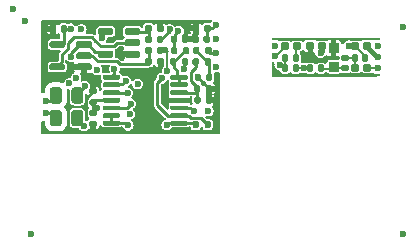
<source format=gbl>
G75*
G70*
%OFA0B0*%
%FSLAX25Y25*%
%IPPOS*%
%LPD*%
%AMOC8*
5,1,8,0,0,1.08239X$1,22.5*
%
%AMM3*
21,1,0.023620,0.018900,0.000000,0.000000,180.000000*
21,1,0.018900,0.023620,0.000000,0.000000,180.000000*
1,1,0.004720,-0.009450,0.009450*
1,1,0.004720,0.009450,0.009450*
1,1,0.004720,0.009450,-0.009450*
1,1,0.004720,-0.009450,-0.009450*
%
%AMM4*
21,1,0.019680,0.019680,0.000000,0.000000,270.000000*
21,1,0.015750,0.023620,0.000000,0.000000,270.000000*
1,1,0.003940,-0.009840,-0.007870*
1,1,0.003940,-0.009840,0.007870*
1,1,0.003940,0.009840,0.007870*
1,1,0.003940,0.009840,-0.007870*
%
%AMM5*
21,1,0.033470,0.026770,0.000000,0.000000,270.000000*
21,1,0.026770,0.033470,0.000000,0.000000,270.000000*
1,1,0.006690,-0.013390,-0.013390*
1,1,0.006690,-0.013390,0.013390*
1,1,0.006690,0.013390,0.013390*
1,1,0.006690,0.013390,-0.013390*
%
%AMM6*
21,1,0.019680,0.019680,0.000000,0.000000,0.000000*
21,1,0.015750,0.023620,0.000000,0.000000,0.000000*
1,1,0.003940,0.007870,-0.009840*
1,1,0.003940,-0.007870,-0.009840*
1,1,0.003940,-0.007870,0.009840*
1,1,0.003940,0.007870,0.009840*
%
%ADD10C,0.02362*%
%ADD11O,0.00787X0.04823*%
%ADD12O,0.36614X0.00787*%
%ADD19R,0.00984X0.24350*%
%ADD20R,0.00984X0.04390*%
%ADD21R,0.56201X0.00984*%
%ADD22R,0.59449X0.00984*%
%ADD23R,0.00984X0.20374*%
%ADD24C,0.00787*%
%ADD29C,0.00984*%
%ADD34C,0.01575*%
%ADD37M3*%
%ADD38M4*%
%ADD39M5*%
%ADD40M6*%
X0000000Y0000000D02*
%LPD*%
G01*
D10*
X0121457Y0068504D03*
D11*
X0086417Y0060728D03*
D12*
X0104331Y0070866D03*
X0104331Y0058661D03*
D10*
X0121457Y0064764D03*
X0121457Y0061024D03*
X0087205Y0064961D03*
X0087205Y0068504D03*
X0067470Y0066142D03*
X0067470Y0061417D03*
X0067470Y0070866D03*
X0067470Y0075591D03*
D19*
X0009793Y0065089D03*
D20*
X0009793Y0041270D03*
D21*
X0037402Y0076772D03*
D22*
X0039026Y0039567D03*
D23*
X0068258Y0049262D03*
D10*
X0010679Y0050157D03*
X0010679Y0046220D03*
D10*
X0003937Y0076772D03*
X0000000Y0080709D03*
X0005906Y0005906D03*
X0129921Y0005906D03*
X0129921Y0074803D03*
X0009203Y0038976D02*
%LPD*%
G01*
D10*
X0067471Y0066141D03*
X0067471Y0061417D03*
X0067471Y0070866D03*
X0067471Y0075590D03*
D19*
X0009794Y0065088D03*
D20*
X0009794Y0041269D03*
D21*
X0037402Y0076771D03*
D22*
X0039026Y0039567D03*
D23*
X0068258Y0049261D03*
D10*
X0010679Y0050157D03*
X0010679Y0046220D03*
G36*
G01*
X0026132Y0069570D02*
X0026132Y0068389D01*
G75*
G02*
X0025542Y0067798I-000591J0000000D01*
G01*
X0021506Y0067798D01*
G75*
G02*
X0020916Y0068389I0000000J0000591D01*
G01*
X0020916Y0069570D01*
G75*
G02*
X0021506Y0070160I0000591J0000000D01*
G01*
X0025542Y0070160D01*
G75*
G02*
X0026132Y0069570I0000000J-000591D01*
G01*
G37*
G36*
G01*
X0026132Y0065829D02*
X0026132Y0064648D01*
G75*
G02*
X0025542Y0064058I-000591J0000000D01*
G01*
X0021506Y0064058D01*
G75*
G02*
X0020916Y0064648I0000000J0000591D01*
G01*
X0020916Y0065829D01*
G75*
G02*
X0021506Y0066420I0000591J0000000D01*
G01*
X0025542Y0066420D01*
G75*
G02*
X0026132Y0065829I0000000J-000591D01*
G01*
G37*
G36*
G01*
X0026132Y0062089D02*
X0026132Y0060908D01*
G75*
G02*
X0025542Y0060318I-000591J0000000D01*
G01*
X0021506Y0060318D01*
G75*
G02*
X0020916Y0060908I0000000J0000591D01*
G01*
X0020916Y0062089D01*
G75*
G02*
X0021506Y0062680I0000591J0000000D01*
G01*
X0025542Y0062680D01*
G75*
G02*
X0026132Y0062089I0000000J-000591D01*
G01*
G37*
G36*
G01*
X0017175Y0062089D02*
X0017175Y0060908D01*
G75*
G02*
X0016585Y0060318I-000591J0000000D01*
G01*
X0012549Y0060318D01*
G75*
G02*
X0011959Y0060908I0000000J0000591D01*
G01*
X0011959Y0062089D01*
G75*
G02*
X0012549Y0062680I0000591J0000000D01*
G01*
X0016585Y0062680D01*
G75*
G02*
X0017175Y0062089I0000000J-000591D01*
G01*
G37*
G36*
G01*
X0017175Y0069570D02*
X0017175Y0068389D01*
G75*
G02*
X0016585Y0067798I-000591J0000000D01*
G01*
X0012549Y0067798D01*
G75*
G02*
X0011959Y0068389I0000000J0000591D01*
G01*
X0011959Y0069570D01*
G75*
G02*
X0012549Y0070160I0000591J0000000D01*
G01*
X0016585Y0070160D01*
G75*
G02*
X0017175Y0069570I0000000J-000591D01*
G01*
G37*
G36*
G01*
X0025857Y0047283D02*
X0027195Y0047283D01*
G75*
G02*
X0027746Y0046732I0000000J-000551D01*
G01*
X0027746Y0045630D01*
G75*
G02*
X0027195Y0045078I-000551J0000000D01*
G01*
X0025857Y0045078D01*
G75*
G02*
X0025305Y0045630I0000000J0000551D01*
G01*
X0025305Y0046732D01*
G75*
G02*
X0025857Y0047283I0000551J0000000D01*
G01*
G37*
G36*
G01*
X0025857Y0043504D02*
X0027195Y0043504D01*
G75*
G02*
X0027746Y0042952I0000000J-000551D01*
G01*
X0027746Y0041850D01*
G75*
G02*
X0027195Y0041299I-000551J0000000D01*
G01*
X0025857Y0041299D01*
G75*
G02*
X0025305Y0041850I0000000J0000551D01*
G01*
X0025305Y0042952D01*
G75*
G02*
X0025857Y0043504I0000551J0000000D01*
G01*
G37*
G36*
G01*
X0052372Y0070000D02*
X0052372Y0071338D01*
G75*
G02*
X0052923Y0071889I0000551J0000000D01*
G01*
X0054026Y0071889D01*
G75*
G02*
X0054577Y0071338I0000000J-000551D01*
G01*
X0054577Y0070000D01*
G75*
G02*
X0054026Y0069448I-000551J0000000D01*
G01*
X0052923Y0069448D01*
G75*
G02*
X0052372Y0070000I0000000J0000551D01*
G01*
G37*
G36*
G01*
X0056152Y0070000D02*
X0056152Y0071338D01*
G75*
G02*
X0056703Y0071889I0000551J0000000D01*
G01*
X0057805Y0071889D01*
G75*
G02*
X0058357Y0071338I0000000J-000551D01*
G01*
X0058357Y0070000D01*
G75*
G02*
X0057805Y0069448I-000551J0000000D01*
G01*
X0056703Y0069448D01*
G75*
G02*
X0056152Y0070000I0000000J0000551D01*
G01*
G37*
G36*
G01*
X0065719Y0075000D02*
X0065719Y0073661D01*
G75*
G02*
X0065168Y0073110I-000551J0000000D01*
G01*
X0064065Y0073110D01*
G75*
G02*
X0063514Y0073661I0000000J0000551D01*
G01*
X0063514Y0075000D01*
G75*
G02*
X0064065Y0075551I0000551J0000000D01*
G01*
X0065168Y0075551D01*
G75*
G02*
X0065719Y0075000I0000000J-000551D01*
G01*
G37*
G36*
G01*
X0061939Y0075000D02*
X0061939Y0073661D01*
G75*
G02*
X0061388Y0073110I-000551J0000000D01*
G01*
X0060286Y0073110D01*
G75*
G02*
X0059734Y0073661I0000000J0000551D01*
G01*
X0059734Y0075000D01*
G75*
G02*
X0060286Y0075551I0000551J0000000D01*
G01*
X0061388Y0075551D01*
G75*
G02*
X0061939Y0075000I0000000J-000551D01*
G01*
G37*
G36*
G01*
X0043967Y0066259D02*
X0043967Y0067598D01*
G75*
G02*
X0044518Y0068149I0000551J0000000D01*
G01*
X0045620Y0068149D01*
G75*
G02*
X0046172Y0067598I0000000J-000551D01*
G01*
X0046172Y0066259D01*
G75*
G02*
X0045620Y0065708I-000551J0000000D01*
G01*
X0044518Y0065708D01*
G75*
G02*
X0043967Y0066259I0000000J0000551D01*
G01*
G37*
G36*
G01*
X0047746Y0066259D02*
X0047746Y0067598D01*
G75*
G02*
X0048297Y0068149I0000551J0000000D01*
G01*
X0049400Y0068149D01*
G75*
G02*
X0049951Y0067598I0000000J-000551D01*
G01*
X0049951Y0066259D01*
G75*
G02*
X0049400Y0065708I-000551J0000000D01*
G01*
X0048297Y0065708D01*
G75*
G02*
X0047746Y0066259I0000000J0000551D01*
G01*
G37*
G36*
G01*
X0065522Y0071338D02*
X0065522Y0070000D01*
G75*
G02*
X0064971Y0069448I-000551J0000000D01*
G01*
X0063868Y0069448D01*
G75*
G02*
X0063317Y0070000I0000000J0000551D01*
G01*
X0063317Y0071338D01*
G75*
G02*
X0063868Y0071889I0000551J0000000D01*
G01*
X0064971Y0071889D01*
G75*
G02*
X0065522Y0071338I0000000J-000551D01*
G01*
G37*
G36*
G01*
X0061742Y0071338D02*
X0061742Y0070000D01*
G75*
G02*
X0061191Y0069448I-000551J0000000D01*
G01*
X0060089Y0069448D01*
G75*
G02*
X0059538Y0070000I0000000J0000551D01*
G01*
X0059538Y0071338D01*
G75*
G02*
X0060089Y0071889I0000551J0000000D01*
G01*
X0061191Y0071889D01*
G75*
G02*
X0061742Y0071338I0000000J-000551D01*
G01*
G37*
G36*
G01*
X0060246Y0049822D02*
X0060246Y0051161D01*
G75*
G02*
X0060797Y0051712I0000551J0000000D01*
G01*
X0061900Y0051712D01*
G75*
G02*
X0062451Y0051161I0000000J-000551D01*
G01*
X0062451Y0049822D01*
G75*
G02*
X0061900Y0049271I-000551J0000000D01*
G01*
X0060797Y0049271D01*
G75*
G02*
X0060246Y0049822I0000000J0000551D01*
G01*
G37*
G36*
G01*
X0064026Y0049822D02*
X0064026Y0051161D01*
G75*
G02*
X0064577Y0051712I0000551J0000000D01*
G01*
X0065679Y0051712D01*
G75*
G02*
X0066231Y0051161I0000000J-000551D01*
G01*
X0066231Y0049822D01*
G75*
G02*
X0065679Y0049271I-000551J0000000D01*
G01*
X0064577Y0049271D01*
G75*
G02*
X0064026Y0049822I0000000J0000551D01*
G01*
G37*
G36*
G01*
X0029737Y0042322D02*
X0029737Y0043110D01*
G75*
G02*
X0030131Y0043504I0000394J0000000D01*
G01*
X0035151Y0043504D01*
G75*
G02*
X0035544Y0043110I0000000J-000394D01*
G01*
X0035544Y0042322D01*
G75*
G02*
X0035151Y0041929I-000394J0000000D01*
G01*
X0030131Y0041929D01*
G75*
G02*
X0029737Y0042322I0000000J0000394D01*
G01*
G37*
G36*
G01*
X0029737Y0044882D02*
X0029737Y0045669D01*
G75*
G02*
X0030131Y0046063I0000394J0000000D01*
G01*
X0035151Y0046063D01*
G75*
G02*
X0035544Y0045669I0000000J-000394D01*
G01*
X0035544Y0044882D01*
G75*
G02*
X0035151Y0044488I-000394J0000000D01*
G01*
X0030131Y0044488D01*
G75*
G02*
X0029737Y0044882I0000000J0000394D01*
G01*
G37*
G36*
G01*
X0029737Y0047441D02*
X0029737Y0048228D01*
G75*
G02*
X0030131Y0048622I0000394J0000000D01*
G01*
X0035151Y0048622D01*
G75*
G02*
X0035544Y0048228I0000000J-000394D01*
G01*
X0035544Y0047441D01*
G75*
G02*
X0035151Y0047047I-000394J0000000D01*
G01*
X0030131Y0047047D01*
G75*
G02*
X0029737Y0047441I0000000J0000394D01*
G01*
G37*
G36*
G01*
X0029737Y0050000D02*
X0029737Y0050787D01*
G75*
G02*
X0030131Y0051181I0000394J0000000D01*
G01*
X0035151Y0051181D01*
G75*
G02*
X0035544Y0050787I0000000J-000394D01*
G01*
X0035544Y0050000D01*
G75*
G02*
X0035151Y0049606I-000394J0000000D01*
G01*
X0030131Y0049606D01*
G75*
G02*
X0029737Y0050000I0000000J0000394D01*
G01*
G37*
G36*
G01*
X0029737Y0052559D02*
X0029737Y0053346D01*
G75*
G02*
X0030131Y0053740I0000394J0000000D01*
G01*
X0035151Y0053740D01*
G75*
G02*
X0035544Y0053346I0000000J-000394D01*
G01*
X0035544Y0052559D01*
G75*
G02*
X0035151Y0052165I-000394J0000000D01*
G01*
X0030131Y0052165D01*
G75*
G02*
X0029737Y0052559I0000000J0000394D01*
G01*
G37*
G36*
G01*
X0029737Y0055118D02*
X0029737Y0055905D01*
G75*
G02*
X0030131Y0056299I0000394J0000000D01*
G01*
X0035151Y0056299D01*
G75*
G02*
X0035544Y0055905I0000000J-000394D01*
G01*
X0035544Y0055118D01*
G75*
G02*
X0035151Y0054724I-000394J0000000D01*
G01*
X0030131Y0054724D01*
G75*
G02*
X0029737Y0055118I0000000J0000394D01*
G01*
G37*
G36*
G01*
X0029737Y0057677D02*
X0029737Y0058464D01*
G75*
G02*
X0030131Y0058858I0000394J0000000D01*
G01*
X0035151Y0058858D01*
G75*
G02*
X0035544Y0058464I0000000J-000394D01*
G01*
X0035544Y0057677D01*
G75*
G02*
X0035151Y0057283I-000394J0000000D01*
G01*
X0030131Y0057283D01*
G75*
G02*
X0029737Y0057677I0000000J0000394D01*
G01*
G37*
G36*
G01*
X0052277Y0057677D02*
X0052277Y0058464D01*
G75*
G02*
X0052670Y0058858I0000394J0000000D01*
G01*
X0057690Y0058858D01*
G75*
G02*
X0058084Y0058464I0000000J-000394D01*
G01*
X0058084Y0057677D01*
G75*
G02*
X0057690Y0057283I-000394J0000000D01*
G01*
X0052670Y0057283D01*
G75*
G02*
X0052277Y0057677I0000000J0000394D01*
G01*
G37*
G36*
G01*
X0052277Y0055118D02*
X0052277Y0055905D01*
G75*
G02*
X0052670Y0056299I0000394J0000000D01*
G01*
X0057690Y0056299D01*
G75*
G02*
X0058084Y0055905I0000000J-000394D01*
G01*
X0058084Y0055118D01*
G75*
G02*
X0057690Y0054724I-000394J0000000D01*
G01*
X0052670Y0054724D01*
G75*
G02*
X0052277Y0055118I0000000J0000394D01*
G01*
G37*
G36*
G01*
X0052277Y0052559D02*
X0052277Y0053346D01*
G75*
G02*
X0052670Y0053740I0000394J0000000D01*
G01*
X0057690Y0053740D01*
G75*
G02*
X0058084Y0053346I0000000J-000394D01*
G01*
X0058084Y0052559D01*
G75*
G02*
X0057690Y0052165I-000394J0000000D01*
G01*
X0052670Y0052165D01*
G75*
G02*
X0052277Y0052559I0000000J0000394D01*
G01*
G37*
G36*
G01*
X0052277Y0050000D02*
X0052277Y0050787D01*
G75*
G02*
X0052670Y0051181I0000394J0000000D01*
G01*
X0057690Y0051181D01*
G75*
G02*
X0058084Y0050787I0000000J-000394D01*
G01*
X0058084Y0050000D01*
G75*
G02*
X0057690Y0049606I-000394J0000000D01*
G01*
X0052670Y0049606D01*
G75*
G02*
X0052277Y0050000I0000000J0000394D01*
G01*
G37*
G36*
G01*
X0052277Y0047441D02*
X0052277Y0048228D01*
G75*
G02*
X0052670Y0048622I0000394J0000000D01*
G01*
X0057690Y0048622D01*
G75*
G02*
X0058084Y0048228I0000000J-000394D01*
G01*
X0058084Y0047441D01*
G75*
G02*
X0057690Y0047047I-000394J0000000D01*
G01*
X0052670Y0047047D01*
G75*
G02*
X0052277Y0047441I0000000J0000394D01*
G01*
G37*
G36*
G01*
X0052277Y0044882D02*
X0052277Y0045669D01*
G75*
G02*
X0052670Y0046063I0000394J0000000D01*
G01*
X0057690Y0046063D01*
G75*
G02*
X0058084Y0045669I0000000J-000394D01*
G01*
X0058084Y0044882D01*
G75*
G02*
X0057690Y0044488I-000394J0000000D01*
G01*
X0052670Y0044488D01*
G75*
G02*
X0052277Y0044882I0000000J0000394D01*
G01*
G37*
G36*
G01*
X0052277Y0042322D02*
X0052277Y0043110D01*
G75*
G02*
X0052670Y0043504I0000394J0000000D01*
G01*
X0057690Y0043504D01*
G75*
G02*
X0058084Y0043110I0000000J-000394D01*
G01*
X0058084Y0042322D01*
G75*
G02*
X0057690Y0041929I-000394J0000000D01*
G01*
X0052670Y0041929D01*
G75*
G02*
X0052277Y0042322I0000000J0000394D01*
G01*
G37*
G36*
G01*
X0012094Y0050193D02*
X0012094Y0053736D01*
G75*
G02*
X0013078Y0054720I0000984J0000000D01*
G01*
X0015145Y0054720D01*
G75*
G02*
X0016129Y0053736I0000000J-000984D01*
G01*
X0016129Y0050193D01*
G75*
G02*
X0015145Y0049208I-000984J0000000D01*
G01*
X0013078Y0049208D01*
G75*
G02*
X0012094Y0050193I0000000J0000984D01*
G01*
G37*
G36*
G01*
X0019279Y0050193D02*
X0019279Y0053736D01*
G75*
G02*
X0020263Y0054720I0000984J0000000D01*
G01*
X0022330Y0054720D01*
G75*
G02*
X0023314Y0053736I0000000J-000984D01*
G01*
X0023314Y0050193D01*
G75*
G02*
X0022330Y0049208I-000984J0000000D01*
G01*
X0020263Y0049208D01*
G75*
G02*
X0019279Y0050193I0000000J0000984D01*
G01*
G37*
G36*
G01*
X0058337Y0063917D02*
X0058337Y0062460D01*
G75*
G02*
X0057805Y0061929I-000531J0000000D01*
G01*
X0056742Y0061929D01*
G75*
G02*
X0056211Y0062460I0000000J0000531D01*
G01*
X0056211Y0063917D01*
G75*
G02*
X0056742Y0064448I0000531J0000000D01*
G01*
X0057805Y0064448D01*
G75*
G02*
X0058337Y0063917I0000000J-000531D01*
G01*
G37*
G36*
G01*
X0054321Y0063917D02*
X0054321Y0062460D01*
G75*
G02*
X0053790Y0061929I-000531J0000000D01*
G01*
X0052727Y0061929D01*
G75*
G02*
X0052195Y0062460I0000000J0000531D01*
G01*
X0052195Y0063917D01*
G75*
G02*
X0052727Y0064448I0000531J0000000D01*
G01*
X0053790Y0064448D01*
G75*
G02*
X0054321Y0063917I0000000J-000531D01*
G01*
G37*
G36*
G01*
X0017904Y0074842D02*
X0017904Y0073504D01*
G75*
G02*
X0017353Y0072952I-000551J0000000D01*
G01*
X0016250Y0072952D01*
G75*
G02*
X0015699Y0073504I0000000J0000551D01*
G01*
X0015699Y0074842D01*
G75*
G02*
X0016250Y0075393I0000551J0000000D01*
G01*
X0017353Y0075393D01*
G75*
G02*
X0017904Y0074842I0000000J-000551D01*
G01*
G37*
G36*
G01*
X0014124Y0074842D02*
X0014124Y0073504D01*
G75*
G02*
X0013573Y0072952I-000551J0000000D01*
G01*
X0012471Y0072952D01*
G75*
G02*
X0011920Y0073504I0000000J0000551D01*
G01*
X0011920Y0074842D01*
G75*
G02*
X0012471Y0075393I0000551J0000000D01*
G01*
X0013573Y0075393D01*
G75*
G02*
X0014124Y0074842I0000000J-000551D01*
G01*
G37*
G36*
G01*
X0066014Y0067657D02*
X0066014Y0066200D01*
G75*
G02*
X0065483Y0065669I-000531J0000000D01*
G01*
X0064420Y0065669D01*
G75*
G02*
X0063888Y0066200I0000000J0000531D01*
G01*
X0063888Y0067657D01*
G75*
G02*
X0064420Y0068189I0000531J0000000D01*
G01*
X0065483Y0068189D01*
G75*
G02*
X0066014Y0067657I0000000J-000531D01*
G01*
G37*
G36*
G01*
X0061998Y0067657D02*
X0061998Y0066200D01*
G75*
G02*
X0061467Y0065669I-000531J0000000D01*
G01*
X0060404Y0065669D01*
G75*
G02*
X0059872Y0066200I0000000J0000531D01*
G01*
X0059872Y0067657D01*
G75*
G02*
X0060404Y0068189I0000531J0000000D01*
G01*
X0061467Y0068189D01*
G75*
G02*
X0061998Y0067657I0000000J-000531D01*
G01*
G37*
G36*
G01*
X0050081Y0063917D02*
X0050081Y0062461D01*
G75*
G02*
X0049549Y0061929I-000531J0000000D01*
G01*
X0048486Y0061929D01*
G75*
G02*
X0047955Y0062461I0000000J0000531D01*
G01*
X0047955Y0063917D01*
G75*
G02*
X0048486Y0064449I0000531J0000000D01*
G01*
X0049549Y0064449D01*
G75*
G02*
X0050081Y0063917I0000000J-000531D01*
G01*
G37*
G36*
G01*
X0046065Y0063917D02*
X0046065Y0062461D01*
G75*
G02*
X0045533Y0061929I-000531J0000000D01*
G01*
X0044470Y0061929D01*
G75*
G02*
X0043939Y0062461I0000000J0000531D01*
G01*
X0043939Y0063917D01*
G75*
G02*
X0044470Y0064449I0000531J0000000D01*
G01*
X0045533Y0064449D01*
G75*
G02*
X0046065Y0063917I0000000J-000531D01*
G01*
G37*
G36*
G01*
X0023314Y0046161D02*
X0023314Y0042618D01*
G75*
G02*
X0022330Y0041633I-000984J0000000D01*
G01*
X0020263Y0041633D01*
G75*
G02*
X0019279Y0042618I0000000J0000984D01*
G01*
X0019279Y0046161D01*
G75*
G02*
X0020263Y0047145I0000984J0000000D01*
G01*
X0022330Y0047145D01*
G75*
G02*
X0023314Y0046161I0000000J-000984D01*
G01*
G37*
G36*
G01*
X0016129Y0046161D02*
X0016129Y0042618D01*
G75*
G02*
X0015145Y0041633I-000984J0000000D01*
G01*
X0013078Y0041633D01*
G75*
G02*
X0012094Y0042618I0000000J0000984D01*
G01*
X0012094Y0046161D01*
G75*
G02*
X0013078Y0047145I0000984J0000000D01*
G01*
X0015145Y0047145D01*
G75*
G02*
X0016129Y0046161I0000000J-000984D01*
G01*
G37*
G36*
G01*
X0050030Y0075059D02*
X0050030Y0073602D01*
G75*
G02*
X0049498Y0073070I-000531J0000000D01*
G01*
X0048435Y0073070D01*
G75*
G02*
X0047904Y0073602I0000000J0000531D01*
G01*
X0047904Y0075059D01*
G75*
G02*
X0048435Y0075590I0000531J0000000D01*
G01*
X0049498Y0075590D01*
G75*
G02*
X0050030Y0075059I0000000J-000531D01*
G01*
G37*
G36*
G01*
X0046014Y0075059D02*
X0046014Y0073602D01*
G75*
G02*
X0045483Y0073070I-000531J0000000D01*
G01*
X0044420Y0073070D01*
G75*
G02*
X0043888Y0073602I0000000J0000531D01*
G01*
X0043888Y0075059D01*
G75*
G02*
X0044420Y0075590I0000531J0000000D01*
G01*
X0045483Y0075590D01*
G75*
G02*
X0046014Y0075059I0000000J-000531D01*
G01*
G37*
G36*
G01*
X0059715Y0041555D02*
X0059715Y0043011D01*
G75*
G02*
X0060246Y0043543I0000531J0000000D01*
G01*
X0061309Y0043543D01*
G75*
G02*
X0061841Y0043011I0000000J-000531D01*
G01*
X0061841Y0041555D01*
G75*
G02*
X0061309Y0041023I-000531J0000000D01*
G01*
X0060246Y0041023D01*
G75*
G02*
X0059715Y0041555I0000000J0000531D01*
G01*
G37*
G36*
G01*
X0063731Y0041555D02*
X0063731Y0043011D01*
G75*
G02*
X0064262Y0043543I0000531J0000000D01*
G01*
X0065325Y0043543D01*
G75*
G02*
X0065857Y0043011I0000000J-000531D01*
G01*
X0065857Y0041555D01*
G75*
G02*
X0065325Y0041023I-000531J0000000D01*
G01*
X0064262Y0041023D01*
G75*
G02*
X0063731Y0041555I0000000J0000531D01*
G01*
G37*
G36*
G01*
X0060168Y0053504D02*
X0060168Y0054960D01*
G75*
G02*
X0060699Y0055492I0000531J0000000D01*
G01*
X0061762Y0055492D01*
G75*
G02*
X0062294Y0054960I0000000J-000531D01*
G01*
X0062294Y0053504D01*
G75*
G02*
X0061762Y0052972I-000531J0000000D01*
G01*
X0060699Y0052972D01*
G75*
G02*
X0060168Y0053504I0000000J0000531D01*
G01*
G37*
G36*
G01*
X0064183Y0053504D02*
X0064183Y0054960D01*
G75*
G02*
X0064715Y0055492I0000531J0000000D01*
G01*
X0065778Y0055492D01*
G75*
G02*
X0066309Y0054960I0000000J-000531D01*
G01*
X0066309Y0053504D01*
G75*
G02*
X0065778Y0052972I-000531J0000000D01*
G01*
X0064715Y0052972D01*
G75*
G02*
X0064183Y0053504I0000000J0000531D01*
G01*
G37*
G36*
G01*
X0058632Y0067657D02*
X0058632Y0066200D01*
G75*
G02*
X0058101Y0065669I-000531J0000000D01*
G01*
X0057038Y0065669D01*
G75*
G02*
X0056506Y0066200I0000000J0000531D01*
G01*
X0056506Y0067657D01*
G75*
G02*
X0057038Y0068189I0000531J0000000D01*
G01*
X0058101Y0068189D01*
G75*
G02*
X0058632Y0067657I0000000J-000531D01*
G01*
G37*
G36*
G01*
X0054616Y0067657D02*
X0054616Y0066200D01*
G75*
G02*
X0054085Y0065669I-000531J0000000D01*
G01*
X0053022Y0065669D01*
G75*
G02*
X0052490Y0066200I0000000J0000531D01*
G01*
X0052490Y0067657D01*
G75*
G02*
X0053022Y0068189I0000531J0000000D01*
G01*
X0054085Y0068189D01*
G75*
G02*
X0054616Y0067657I0000000J-000531D01*
G01*
G37*
G36*
G01*
X0066329Y0058740D02*
X0066329Y0057401D01*
G75*
G02*
X0065778Y0056850I-000551J0000000D01*
G01*
X0064675Y0056850D01*
G75*
G02*
X0064124Y0057401I0000000J0000551D01*
G01*
X0064124Y0058740D01*
G75*
G02*
X0064675Y0059291I0000551J0000000D01*
G01*
X0065778Y0059291D01*
G75*
G02*
X0066329Y0058740I0000000J-000551D01*
G01*
G37*
G36*
G01*
X0062549Y0058740D02*
X0062549Y0057401D01*
G75*
G02*
X0061998Y0056850I-000551J0000000D01*
G01*
X0060896Y0056850D01*
G75*
G02*
X0060345Y0057401I0000000J0000551D01*
G01*
X0060345Y0058740D01*
G75*
G02*
X0060896Y0059291I0000551J0000000D01*
G01*
X0061998Y0059291D01*
G75*
G02*
X0062549Y0058740I0000000J-000551D01*
G01*
G37*
G36*
G01*
X0027181Y0048525D02*
X0025843Y0048525D01*
G75*
G02*
X0025291Y0049076I0000000J0000551D01*
G01*
X0025291Y0050178D01*
G75*
G02*
X0025843Y0050730I0000551J0000000D01*
G01*
X0027181Y0050730D01*
G75*
G02*
X0027732Y0050178I0000000J-000551D01*
G01*
X0027732Y0049076D01*
G75*
G02*
X0027181Y0048525I-000551J0000000D01*
G01*
G37*
G36*
G01*
X0027181Y0052304D02*
X0025843Y0052304D01*
G75*
G02*
X0025291Y0052855I0000000J0000551D01*
G01*
X0025291Y0053958D01*
G75*
G02*
X0025843Y0054509I0000551J0000000D01*
G01*
X0027181Y0054509D01*
G75*
G02*
X0027732Y0053958I0000000J-000551D01*
G01*
X0027732Y0052855D01*
G75*
G02*
X0027181Y0052304I-000551J0000000D01*
G01*
G37*
G36*
G01*
X0059675Y0062460D02*
X0059675Y0063917D01*
G75*
G02*
X0060207Y0064448I0000531J0000000D01*
G01*
X0061270Y0064448D01*
G75*
G02*
X0061801Y0063917I0000000J-000531D01*
G01*
X0061801Y0062460D01*
G75*
G02*
X0061270Y0061929I-000531J0000000D01*
G01*
X0060207Y0061929D01*
G75*
G02*
X0059675Y0062460I0000000J0000531D01*
G01*
G37*
G36*
G01*
X0063691Y0062460D02*
X0063691Y0063917D01*
G75*
G02*
X0064223Y0064448I0000531J0000000D01*
G01*
X0065286Y0064448D01*
G75*
G02*
X0065817Y0063917I0000000J-000531D01*
G01*
X0065817Y0062460D01*
G75*
G02*
X0065286Y0061929I-000531J0000000D01*
G01*
X0064223Y0061929D01*
G75*
G02*
X0063691Y0062460I0000000J0000531D01*
G01*
G37*
G36*
G01*
X0042274Y0073819D02*
X0042274Y0072637D01*
G75*
G02*
X0041683Y0072047I-000591J0000000D01*
G01*
X0037648Y0072047D01*
G75*
G02*
X0037057Y0072637I0000000J0000591D01*
G01*
X0037057Y0073819D01*
G75*
G02*
X0037648Y0074409I0000591J0000000D01*
G01*
X0041683Y0074409D01*
G75*
G02*
X0042274Y0073819I0000000J-000591D01*
G01*
G37*
G36*
G01*
X0042274Y0070078D02*
X0042274Y0068897D01*
G75*
G02*
X0041683Y0068307I-000591J0000000D01*
G01*
X0037648Y0068307D01*
G75*
G02*
X0037057Y0068897I0000000J0000591D01*
G01*
X0037057Y0070078D01*
G75*
G02*
X0037648Y0070669I0000591J0000000D01*
G01*
X0041683Y0070669D01*
G75*
G02*
X0042274Y0070078I0000000J-000591D01*
G01*
G37*
G36*
G01*
X0042274Y0066338D02*
X0042274Y0065157D01*
G75*
G02*
X0041683Y0064567I-000591J0000000D01*
G01*
X0037648Y0064567D01*
G75*
G02*
X0037057Y0065157I0000000J0000591D01*
G01*
X0037057Y0066338D01*
G75*
G02*
X0037648Y0066929I0000591J0000000D01*
G01*
X0041683Y0066929D01*
G75*
G02*
X0042274Y0066338I0000000J-000591D01*
G01*
G37*
G36*
G01*
X0033317Y0066338D02*
X0033317Y0065157D01*
G75*
G02*
X0032727Y0064567I-000591J0000000D01*
G01*
X0028691Y0064567D01*
G75*
G02*
X0028101Y0065157I0000000J0000591D01*
G01*
X0028101Y0066338D01*
G75*
G02*
X0028691Y0066929I0000591J0000000D01*
G01*
X0032727Y0066929D01*
G75*
G02*
X0033317Y0066338I0000000J-000591D01*
G01*
G37*
G36*
G01*
X0033317Y0073819D02*
X0033317Y0072637D01*
G75*
G02*
X0032727Y0072047I-000591J0000000D01*
G01*
X0028691Y0072047D01*
G75*
G02*
X0028101Y0072637I0000000J0000591D01*
G01*
X0028101Y0073819D01*
G75*
G02*
X0028691Y0074409I0000591J0000000D01*
G01*
X0032727Y0074409D01*
G75*
G02*
X0033317Y0073819I0000000J-000591D01*
G01*
G37*
G36*
G01*
X0043967Y0070000D02*
X0043967Y0071338D01*
G75*
G02*
X0044518Y0071889I0000551J0000000D01*
G01*
X0045620Y0071889D01*
G75*
G02*
X0046172Y0071338I0000000J-000551D01*
G01*
X0046172Y0070000D01*
G75*
G02*
X0045620Y0069448I-000551J0000000D01*
G01*
X0044518Y0069448D01*
G75*
G02*
X0043967Y0070000I0000000J0000551D01*
G01*
G37*
G36*
G01*
X0047746Y0070000D02*
X0047746Y0071338D01*
G75*
G02*
X0048297Y0071889I0000551J0000000D01*
G01*
X0049400Y0071889D01*
G75*
G02*
X0049951Y0071338I0000000J-000551D01*
G01*
X0049951Y0070000D01*
G75*
G02*
X0049400Y0069448I-000551J0000000D01*
G01*
X0048297Y0069448D01*
G75*
G02*
X0047746Y0070000I0000000J0000551D01*
G01*
G37*
D10*
X0020860Y0057913D03*
X0027087Y0075883D03*
X0067628Y0040354D03*
X0010857Y0074133D03*
X0011073Y0065846D03*
X0044439Y0040551D03*
X0036092Y0064831D03*
X0018387Y0048177D03*
X0030728Y0061058D03*
X0026526Y0040551D03*
X0018296Y0040606D03*
X0048278Y0060531D03*
X0050448Y0052635D03*
X0010581Y0057677D03*
X0037943Y0060039D03*
X0067471Y0049311D03*
X0045128Y0056299D03*
X0056924Y0075674D03*
X0067372Y0045177D03*
X0023772Y0055034D03*
X0023476Y0041888D03*
X0041352Y0055828D03*
X0027968Y0047956D03*
X0018641Y0055967D03*
X0019124Y0074252D03*
X0064950Y0046861D03*
X0029503Y0071166D03*
X0027850Y0060415D03*
X0038738Y0045745D03*
X0060188Y0046950D03*
X0054969Y0073385D03*
X0022603Y0073972D03*
X0052018Y0073980D03*
X0051326Y0060235D03*
X0050661Y0067270D03*
X0039142Y0049249D03*
X0019147Y0064941D03*
X0033671Y0060822D03*
X0037416Y0056780D03*
X0038042Y0052854D03*
X0049459Y0057677D03*
X0056807Y0060687D03*
X0051095Y0042147D03*
X0038238Y0042027D03*
D29*
X0026512Y0053407D02*
X0024397Y0051292D01*
X0021297Y0052559D02*
X0021297Y0051968D01*
X0023772Y0055034D02*
X0021297Y0052559D01*
X0019147Y0066079D02*
X0022047Y0068979D01*
X0019147Y0064941D02*
X0019147Y0066079D01*
X0044695Y0062303D02*
X0045384Y0062992D01*
X0035392Y0062303D02*
X0044695Y0062303D01*
X0034368Y0063326D02*
X0035392Y0062303D01*
X0026132Y0065239D02*
X0028045Y0063326D01*
X0023524Y0065239D02*
X0026132Y0065239D01*
X0033671Y0059101D02*
X0033671Y0060822D01*
X0028045Y0063326D02*
X0034368Y0063326D01*
X0032641Y0058070D02*
X0033671Y0059101D01*
X0061447Y0058031D02*
X0065246Y0054232D01*
X0026034Y0053885D02*
X0026034Y0055572D01*
X0026512Y0053407D02*
X0026034Y0053885D01*
X0023476Y0041888D02*
X0021270Y0044094D01*
X0065109Y0062657D02*
X0060837Y0066929D01*
X0065109Y0058189D02*
X0065109Y0062657D01*
X0059203Y0057018D02*
X0059203Y0059645D01*
X0061231Y0054232D02*
X0061231Y0050610D01*
X0059203Y0056784D02*
X0059203Y0057017D01*
X0061231Y0054232D02*
X0061231Y0054756D01*
D24*
X0059203Y0057017D02*
X0059203Y0057018D01*
D29*
X0055180Y0052952D02*
X0060896Y0052952D01*
X0059203Y0059645D02*
X0059203Y0059811D01*
X0060837Y0061445D02*
X0060837Y0063189D01*
X0059203Y0059811D02*
X0060837Y0061445D01*
X0061231Y0054756D02*
X0059203Y0056784D01*
X0027278Y0050393D02*
X0032641Y0050393D01*
X0064616Y0074330D02*
X0066211Y0074330D01*
X0064616Y0070866D02*
X0064420Y0070669D01*
X0026512Y0049627D02*
X0026512Y0046195D01*
X0029503Y0071166D02*
X0029503Y0072022D01*
X0026512Y0046195D02*
X0026526Y0046181D01*
X0019124Y0074252D02*
X0016880Y0074252D01*
X0016743Y0074114D02*
X0016743Y0068979D01*
X0029503Y0072022D02*
X0030118Y0072637D01*
X0016880Y0074252D02*
X0016801Y0074173D01*
X0016743Y0068979D02*
X0014567Y0068979D01*
X0026512Y0049627D02*
X0027278Y0050393D01*
X0066211Y0074330D02*
X0067471Y0075590D01*
X0026512Y0049412D02*
X0026512Y0049627D01*
X0064616Y0074330D02*
X0064616Y0070866D01*
X0016801Y0074173D02*
X0016743Y0074114D01*
X0027968Y0047956D02*
X0026512Y0049412D01*
X0059238Y0047834D02*
X0055180Y0047834D01*
X0054969Y0073385D02*
X0053747Y0072163D01*
X0053649Y0070646D02*
X0053649Y0067024D01*
X0053747Y0072163D02*
X0053747Y0070646D01*
X0045069Y0074291D02*
X0045030Y0074330D01*
X0040453Y0073228D02*
X0045187Y0073228D01*
X0045069Y0070669D02*
X0045069Y0074291D01*
X0052018Y0073980D02*
X0052018Y0073560D01*
X0052018Y0073560D02*
X0049126Y0070669D01*
X0049126Y0070669D02*
X0048849Y0070669D01*
X0045030Y0063189D02*
X0045030Y0066929D01*
D24*
X0051014Y0060546D02*
X0051132Y0060664D01*
D29*
X0050359Y0066968D02*
X0049164Y0066968D01*
X0051014Y0066917D02*
X0050661Y0067270D01*
X0051211Y0060350D02*
X0051014Y0060546D01*
D24*
X0051132Y0066799D02*
X0051014Y0066917D01*
X0051132Y0060664D02*
X0051132Y0066799D01*
D29*
X0050661Y0067270D02*
X0050359Y0066968D01*
X0037727Y0047834D02*
X0032641Y0047834D01*
X0039142Y0049249D02*
X0037727Y0047834D01*
X0022205Y0068979D02*
X0023524Y0068979D01*
D24*
X0022047Y0068979D02*
X0023524Y0068979D01*
D29*
X0023524Y0068979D02*
X0024758Y0068979D01*
X0027281Y0066456D02*
X0030000Y0066456D01*
X0024758Y0068979D02*
X0027281Y0066456D01*
X0030000Y0066456D02*
X0030709Y0065748D01*
X0067471Y0066141D02*
X0065640Y0066141D01*
X0065640Y0066141D02*
X0064853Y0066929D01*
X0010679Y0050157D02*
X0014754Y0050157D01*
X0010679Y0046220D02*
X0012300Y0046220D01*
X0012300Y0046220D02*
X0014111Y0044409D01*
X0037416Y0056780D02*
X0036296Y0055661D01*
X0036296Y0055661D02*
X0032790Y0055661D01*
X0037943Y0052952D02*
X0032641Y0052952D01*
X0038042Y0052854D02*
X0037943Y0052952D01*
X0055180Y0058070D02*
X0055180Y0055511D01*
X0054483Y0060363D02*
X0054483Y0058767D01*
X0054483Y0058767D02*
X0055180Y0058070D01*
X0057180Y0066929D02*
X0053652Y0063400D01*
X0053652Y0063400D02*
X0053652Y0063189D01*
X0053553Y0063189D02*
X0053553Y0061293D01*
X0057587Y0066929D02*
X0057180Y0066929D01*
X0053553Y0061293D02*
X0054483Y0060363D01*
X0062451Y0044626D02*
X0059317Y0044626D01*
X0056807Y0060687D02*
X0056807Y0062426D01*
X0049459Y0057677D02*
X0047987Y0056205D01*
X0051526Y0045275D02*
X0055180Y0045275D01*
X0047987Y0056205D02*
X0047987Y0048814D01*
X0064794Y0042283D02*
X0062451Y0044626D01*
X0058668Y0045275D02*
X0055180Y0045275D01*
X0056807Y0062426D02*
X0057569Y0063189D01*
X0047987Y0048814D02*
X0051526Y0045275D01*
X0059317Y0044626D02*
X0058668Y0045275D01*
X0055180Y0042716D02*
X0051663Y0042716D01*
X0055180Y0042716D02*
X0060246Y0042716D01*
X0051663Y0042716D02*
X0051095Y0042147D01*
X0038238Y0042027D02*
X0037549Y0042716D01*
X0032641Y0045275D02*
X0032641Y0042716D01*
X0037549Y0042716D02*
X0032641Y0042716D01*
X0016093Y0065446D02*
X0016093Y0065391D01*
X0029164Y0068307D02*
X0027215Y0070256D01*
X0027215Y0070263D02*
X0026175Y0071302D01*
D24*
X0016093Y0065391D02*
X0016093Y0065354D01*
D29*
X0020073Y0071302D02*
X0018318Y0069547D01*
X0040453Y0069488D02*
X0034673Y0069488D01*
X0026175Y0071302D02*
X0020073Y0071302D01*
X0016093Y0063024D02*
X0014567Y0061499D01*
X0018318Y0067671D02*
X0016093Y0065446D01*
X0018318Y0069547D02*
X0018318Y0067671D01*
X0033492Y0068307D02*
X0029164Y0068307D01*
X0027215Y0070256D02*
X0027215Y0070263D01*
X0016093Y0065354D02*
X0016093Y0063024D01*
X0034673Y0069488D02*
X0033492Y0068307D01*
G36*
X0049857Y0064114D02*
G01*
X0049999Y0063920D01*
X0050018Y0063799D01*
X0050018Y0061573D01*
X0049943Y0061344D01*
X0049922Y0061318D01*
X0049822Y0061202D01*
X0049610Y0060739D01*
X0049610Y0060739D01*
X0049538Y0060235D01*
X0049538Y0060235D01*
X0049587Y0059892D01*
X0049546Y0059655D01*
X0049373Y0059487D01*
X0049231Y0059454D01*
X0049232Y0059451D01*
X0049204Y0059447D01*
X0048716Y0059304D01*
X0048716Y0059304D01*
X0048288Y0059029D01*
X0047954Y0058644D01*
X0047743Y0058181D01*
X0047743Y0058181D01*
X0047670Y0057677D01*
X0047670Y0057677D01*
X0047675Y0057643D01*
X0047634Y0057406D01*
X0047565Y0057312D01*
X0047325Y0057072D01*
X0047266Y0057024D01*
X0047207Y0056985D01*
X0046973Y0056634D01*
X0046968Y0056627D01*
X0046968Y0056627D01*
X0046896Y0056264D01*
X0046884Y0056205D01*
X0046897Y0056142D01*
X0046898Y0056136D01*
X0046905Y0056060D01*
X0046905Y0048959D01*
X0046898Y0048883D01*
X0046884Y0048814D01*
X0046905Y0048709D01*
X0046905Y0048708D01*
X0046968Y0048392D01*
X0047112Y0048177D01*
X0047207Y0048034D01*
X0047266Y0047995D01*
X0047325Y0047947D01*
X0050659Y0044613D01*
X0050707Y0044554D01*
X0050744Y0044498D01*
X0050746Y0044495D01*
X0050746Y0044495D01*
X0050749Y0044492D01*
X0050753Y0044485D01*
X0050767Y0044464D01*
X0050765Y0044462D01*
X0050859Y0044278D01*
X0050821Y0044040D01*
X0050651Y0043869D01*
X0050584Y0043843D01*
X0050352Y0043774D01*
X0050352Y0043774D01*
X0049923Y0043499D01*
X0049923Y0043499D01*
X0049923Y0043499D01*
X0049888Y0043458D01*
X0049590Y0043114D01*
X0049379Y0042651D01*
X0049379Y0042651D01*
X0049306Y0042147D01*
X0049306Y0042147D01*
X0049379Y0041644D01*
X0049379Y0041644D01*
X0049379Y0041644D01*
X0049379Y0041644D01*
X0049590Y0041180D01*
X0049923Y0040796D01*
X0050352Y0040520D01*
X0050840Y0040377D01*
X0050840Y0040377D01*
X0051349Y0040377D01*
X0051349Y0040377D01*
X0051838Y0040520D01*
X0052266Y0040796D01*
X0052599Y0041180D01*
X0052599Y0041180D01*
X0052618Y0041201D01*
X0052627Y0041193D01*
X0052773Y0041313D01*
X0052914Y0041339D01*
X0057787Y0041339D01*
X0057787Y0041339D01*
X0058074Y0041396D01*
X0058332Y0041569D01*
X0058548Y0041635D01*
X0058750Y0041635D01*
X0058979Y0041560D01*
X0059120Y0041365D01*
X0059134Y0041301D01*
X0059136Y0041294D01*
X0059136Y0041294D01*
X0059136Y0041294D01*
X0059306Y0040910D01*
X0059602Y0040614D01*
X0059985Y0040445D01*
X0060079Y0040434D01*
X0060079Y0040434D01*
X0060079Y0040434D01*
X0061477Y0040434D01*
X0061477Y0040434D01*
X0061570Y0040445D01*
X0061954Y0040614D01*
X0062250Y0040910D01*
X0062419Y0041294D01*
X0062419Y0041294D01*
X0062429Y0041316D01*
X0062590Y0041495D01*
X0062825Y0041546D01*
X0063046Y0041449D01*
X0063142Y0041316D01*
X0063152Y0041294D01*
X0063152Y0041294D01*
X0063321Y0040910D01*
X0063618Y0040614D01*
X0064001Y0040445D01*
X0064095Y0040434D01*
X0064095Y0040434D01*
X0064095Y0040434D01*
X0065492Y0040434D01*
X0065492Y0040434D01*
X0065586Y0040445D01*
X0065969Y0040614D01*
X0066266Y0040910D01*
X0066435Y0041294D01*
X0066446Y0041387D01*
X0066446Y0043179D01*
X0066435Y0043272D01*
X0066266Y0043656D01*
X0065969Y0043952D01*
X0065586Y0044121D01*
X0065586Y0044121D01*
X0065586Y0044121D01*
X0065492Y0044132D01*
X0065492Y0044132D01*
X0064635Y0044132D01*
X0064406Y0044207D01*
X0064360Y0044246D01*
X0064105Y0044501D01*
X0063995Y0044716D01*
X0064033Y0044954D01*
X0064203Y0045124D01*
X0064441Y0045162D01*
X0064490Y0045151D01*
X0064695Y0045091D01*
X0064695Y0045091D01*
X0064695Y0045091D01*
X0064695Y0045091D01*
X0065204Y0045091D01*
X0065204Y0045091D01*
X0065693Y0045234D01*
X0066121Y0045509D01*
X0066454Y0045894D01*
X0066666Y0046357D01*
X0066668Y0046372D01*
X0066738Y0046861D01*
X0066738Y0046861D01*
X0066666Y0047365D01*
X0066666Y0047365D01*
X0066666Y0047365D01*
X0066454Y0047828D01*
X0066250Y0048064D01*
X0066156Y0048286D01*
X0066211Y0048520D01*
X0066380Y0048672D01*
X0066459Y0048709D01*
X0066793Y0049043D01*
X0066992Y0049471D01*
X0066995Y0049492D01*
X0066995Y0049492D01*
X0064518Y0049492D01*
X0064289Y0049566D01*
X0064147Y0049761D01*
X0064128Y0049882D01*
X0064128Y0051492D01*
X0066128Y0051492D01*
X0066128Y0051492D01*
X0066995Y0051492D01*
X0066995Y0051492D01*
X0066992Y0051513D01*
X0066793Y0051941D01*
X0066712Y0052021D01*
X0066603Y0052236D01*
X0066640Y0052474D01*
X0066712Y0052573D01*
X0066875Y0052735D01*
X0066875Y0052735D01*
X0067071Y0053157D01*
X0067071Y0053157D01*
X0067081Y0053232D01*
X0066246Y0053232D01*
X0066246Y0053232D01*
X0066246Y0052307D01*
X0066172Y0052078D01*
X0066132Y0052031D01*
X0066128Y0052027D01*
X0066128Y0051492D01*
X0064128Y0051492D01*
X0064128Y0052378D01*
X0064203Y0052607D01*
X0064242Y0052653D01*
X0064246Y0052657D01*
X0064246Y0054842D01*
X0064321Y0055071D01*
X0064516Y0055213D01*
X0064636Y0055232D01*
X0067081Y0055232D01*
X0067071Y0055307D01*
X0067071Y0055307D01*
X0066875Y0055728D01*
X0066572Y0056031D01*
X0066463Y0056246D01*
X0066500Y0056484D01*
X0066572Y0056582D01*
X0066735Y0056745D01*
X0066907Y0057136D01*
X0066918Y0057231D01*
X0066918Y0058910D01*
X0066907Y0059005D01*
X0066897Y0059029D01*
X0066866Y0059099D01*
X0066841Y0059339D01*
X0066963Y0059547D01*
X0067183Y0059644D01*
X0067222Y0059646D01*
X0067725Y0059646D01*
X0067725Y0059646D01*
X0068214Y0059790D01*
X0068214Y0059790D01*
X0068241Y0059798D01*
X0068243Y0059788D01*
X0068438Y0059810D01*
X0068648Y0059692D01*
X0068748Y0059473D01*
X0068750Y0059428D01*
X0068750Y0039466D01*
X0068676Y0039237D01*
X0068481Y0039095D01*
X0068360Y0039076D01*
X0009693Y0039076D01*
X0009464Y0039151D01*
X0009322Y0039346D01*
X0009303Y0039466D01*
X0009303Y0043221D01*
X0009378Y0043450D01*
X0009573Y0043592D01*
X0009786Y0043600D01*
X0010221Y0043493D01*
X0010425Y0043366D01*
X0010516Y0043143D01*
X0010517Y0043114D01*
X0010517Y0042359D01*
X0010528Y0042214D01*
X0010528Y0042214D01*
X0010528Y0042214D01*
X0010709Y0041593D01*
X0011038Y0041036D01*
X0011496Y0040578D01*
X0012053Y0040249D01*
X0012674Y0040068D01*
X0012819Y0040057D01*
X0012819Y0040057D01*
X0015404Y0040057D01*
X0015404Y0040057D01*
X0015549Y0040068D01*
X0016170Y0040249D01*
X0016727Y0040578D01*
X0017185Y0041036D01*
X0017514Y0041593D01*
X0017695Y0042214D01*
X0017706Y0042359D01*
X0017706Y0046420D01*
X0017695Y0046565D01*
X0017514Y0047186D01*
X0017185Y0047743D01*
X0017027Y0047901D01*
X0016917Y0048116D01*
X0016955Y0048354D01*
X0017027Y0048452D01*
X0017185Y0048610D01*
X0017514Y0049167D01*
X0017695Y0049789D01*
X0017706Y0049934D01*
X0017706Y0053876D01*
X0017780Y0054105D01*
X0017975Y0054246D01*
X0018206Y0054250D01*
X0018387Y0054197D01*
X0018387Y0054197D01*
X0018409Y0054190D01*
X0018608Y0054054D01*
X0018689Y0053827D01*
X0018689Y0053816D01*
X0018689Y0050069D01*
X0018748Y0049700D01*
X0018974Y0049257D01*
X0018974Y0049256D01*
X0019327Y0048904D01*
X0019771Y0048677D01*
X0020038Y0048635D01*
X0020139Y0048619D01*
X0020139Y0048619D01*
X0022454Y0048619D01*
X0022542Y0048633D01*
X0022822Y0048677D01*
X0023266Y0048904D01*
X0023619Y0049256D01*
X0023845Y0049700D01*
X0023904Y0050069D01*
X0023904Y0052088D01*
X0023978Y0052317D01*
X0024173Y0052459D01*
X0024414Y0052459D01*
X0024609Y0052317D01*
X0024647Y0052253D01*
X0024729Y0052076D01*
X0025063Y0051742D01*
X0025091Y0051723D01*
X0025087Y0051717D01*
X0025233Y0051581D01*
X0025279Y0051344D01*
X0025177Y0051126D01*
X0025167Y0051116D01*
X0024885Y0050834D01*
X0024713Y0050444D01*
X0024702Y0050349D01*
X0024702Y0048906D01*
X0024713Y0048810D01*
X0024713Y0048810D01*
X0024713Y0048810D01*
X0024885Y0048420D01*
X0025133Y0048173D01*
X0025242Y0047958D01*
X0025205Y0047720D01*
X0025133Y0047621D01*
X0024991Y0047479D01*
X0024899Y0047388D01*
X0024727Y0046998D01*
X0024716Y0046902D01*
X0024716Y0045459D01*
X0024727Y0045364D01*
X0024727Y0045364D01*
X0024727Y0045364D01*
X0024899Y0044974D01*
X0025181Y0044692D01*
X0025291Y0044477D01*
X0025253Y0044239D01*
X0025103Y0044089D01*
X0025105Y0044085D01*
X0025086Y0044072D01*
X0025083Y0044069D01*
X0025078Y0044066D01*
X0025077Y0044066D01*
X0024743Y0043732D01*
X0024731Y0043706D01*
X0024567Y0043530D01*
X0024330Y0043484D01*
X0024246Y0043508D01*
X0024246Y0043507D01*
X0024184Y0043525D01*
X0023985Y0043661D01*
X0023904Y0043888D01*
X0023904Y0043899D01*
X0023904Y0046285D01*
X0023861Y0046555D01*
X0023845Y0046653D01*
X0023619Y0047098D01*
X0023266Y0047450D01*
X0023266Y0047450D01*
X0022822Y0047676D01*
X0022454Y0047735D01*
X0022454Y0047735D01*
X0020139Y0047735D01*
X0020139Y0047735D01*
X0019771Y0047676D01*
X0019327Y0047450D01*
X0018974Y0047098D01*
X0018748Y0046653D01*
X0018689Y0046285D01*
X0018689Y0042494D01*
X0018748Y0042125D01*
X0018962Y0041706D01*
X0018974Y0041681D01*
X0019327Y0041329D01*
X0019771Y0041102D01*
X0020038Y0041060D01*
X0020139Y0041044D01*
X0020139Y0041044D01*
X0021687Y0041044D01*
X0021916Y0040970D01*
X0021981Y0040910D01*
X0022305Y0040536D01*
X0022733Y0040261D01*
X0023222Y0040117D01*
X0023222Y0040117D01*
X0023731Y0040117D01*
X0023731Y0040117D01*
X0024219Y0040261D01*
X0024648Y0040536D01*
X0024702Y0040599D01*
X0024909Y0040724D01*
X0025149Y0040703D01*
X0025162Y0040697D01*
X0025505Y0040537D01*
X0025505Y0040537D01*
X0025526Y0040534D01*
X0025526Y0040534D01*
X0025526Y0043011D01*
X0025600Y0043241D01*
X0025795Y0043382D01*
X0025916Y0043401D01*
X0027136Y0043401D01*
X0027365Y0043327D01*
X0027507Y0043132D01*
X0027526Y0043011D01*
X0027526Y0040534D01*
X0027526Y0040534D01*
X0027547Y0040537D01*
X0027975Y0040737D01*
X0028309Y0041070D01*
X0028508Y0041498D01*
X0028508Y0041498D01*
X0028535Y0041706D01*
X0028541Y0041705D01*
X0028622Y0041910D01*
X0028826Y0042038D01*
X0029067Y0042023D01*
X0029246Y0041877D01*
X0029361Y0041706D01*
X0029422Y0041614D01*
X0029422Y0041614D01*
X0029599Y0041495D01*
X0029747Y0041396D01*
X0029965Y0041353D01*
X0030034Y0041339D01*
X0030034Y0041339D01*
X0030034Y0041339D01*
X0035248Y0041339D01*
X0035534Y0041396D01*
X0035793Y0041569D01*
X0036009Y0041635D01*
X0036221Y0041635D01*
X0036450Y0041560D01*
X0036575Y0041407D01*
X0036734Y0041060D01*
X0036734Y0041060D01*
X0036734Y0041060D01*
X0037067Y0040675D01*
X0037495Y0040400D01*
X0037984Y0040257D01*
X0037984Y0040257D01*
X0038493Y0040257D01*
X0038493Y0040257D01*
X0038981Y0040400D01*
X0039410Y0040675D01*
X0039743Y0041060D01*
X0039955Y0041523D01*
X0039961Y0041569D01*
X0040027Y0042027D01*
X0040027Y0042027D01*
X0039955Y0042531D01*
X0039955Y0042531D01*
X0039955Y0042531D01*
X0039743Y0042994D01*
X0039410Y0043379D01*
X0039361Y0043410D01*
X0039208Y0043597D01*
X0039195Y0043837D01*
X0039325Y0044040D01*
X0039462Y0044112D01*
X0039481Y0044118D01*
X0039910Y0044393D01*
X0040243Y0044778D01*
X0040454Y0045241D01*
X0040493Y0045509D01*
X0040527Y0045745D01*
X0040527Y0045745D01*
X0040454Y0046249D01*
X0040454Y0046249D01*
X0040454Y0046249D01*
X0040243Y0046712D01*
X0039910Y0047097D01*
X0039910Y0047097D01*
X0039903Y0047105D01*
X0039809Y0047327D01*
X0039864Y0047561D01*
X0039987Y0047688D01*
X0040313Y0047898D01*
X0040646Y0048282D01*
X0040858Y0048746D01*
X0040858Y0048746D01*
X0040930Y0049249D01*
X0040930Y0049249D01*
X0040858Y0049753D01*
X0040858Y0049753D01*
X0040858Y0049753D01*
X0040646Y0050216D01*
X0040313Y0050601D01*
X0039885Y0050876D01*
X0039540Y0050978D01*
X0039499Y0050990D01*
X0039300Y0051126D01*
X0039219Y0051353D01*
X0039287Y0051584D01*
X0039314Y0051619D01*
X0039546Y0051887D01*
X0039758Y0052350D01*
X0039758Y0052350D01*
X0039830Y0052854D01*
X0039830Y0052854D01*
X0039758Y0053358D01*
X0039758Y0053358D01*
X0039758Y0053358D01*
X0039546Y0053821D01*
X0039213Y0054206D01*
X0039196Y0054217D01*
X0038785Y0054481D01*
X0038785Y0054481D01*
X0038456Y0054577D01*
X0038257Y0054713D01*
X0038176Y0054940D01*
X0038244Y0055171D01*
X0038355Y0055279D01*
X0038587Y0055428D01*
X0038915Y0055806D01*
X0039121Y0055931D01*
X0039361Y0055910D01*
X0039543Y0055752D01*
X0039595Y0055607D01*
X0039636Y0055324D01*
X0039636Y0055324D01*
X0039636Y0055324D01*
X0039636Y0055324D01*
X0039847Y0054861D01*
X0040181Y0054476D01*
X0040609Y0054201D01*
X0041097Y0054057D01*
X0041097Y0054057D01*
X0041607Y0054057D01*
X0041607Y0054057D01*
X0042095Y0054201D01*
X0042523Y0054476D01*
X0042857Y0054861D01*
X0043068Y0055324D01*
X0043068Y0055324D01*
X0043141Y0055828D01*
X0043141Y0055828D01*
X0043068Y0056332D01*
X0043068Y0056332D01*
X0043068Y0056332D01*
X0042857Y0056795D01*
X0042523Y0057180D01*
X0042443Y0057231D01*
X0042095Y0057455D01*
X0041607Y0057598D01*
X0041607Y0057598D01*
X0041097Y0057598D01*
X0041097Y0057598D01*
X0040609Y0057455D01*
X0040609Y0057455D01*
X0040181Y0057180D01*
X0040181Y0057180D01*
X0039853Y0056802D01*
X0039647Y0056677D01*
X0039407Y0056698D01*
X0039225Y0056856D01*
X0039173Y0057002D01*
X0039132Y0057284D01*
X0039132Y0057284D01*
X0039132Y0057284D01*
X0038921Y0057747D01*
X0038587Y0058132D01*
X0038512Y0058181D01*
X0038159Y0058407D01*
X0037671Y0058551D01*
X0037671Y0058551D01*
X0037161Y0058551D01*
X0037161Y0058551D01*
X0036673Y0058407D01*
X0036655Y0058399D01*
X0036415Y0058372D01*
X0036206Y0058490D01*
X0036111Y0058678D01*
X0036089Y0058788D01*
X0036077Y0058848D01*
X0036077Y0058848D01*
X0035859Y0059173D01*
X0035859Y0059173D01*
X0035534Y0059390D01*
X0035534Y0059390D01*
X0035495Y0059398D01*
X0035285Y0059516D01*
X0035184Y0059735D01*
X0035216Y0059942D01*
X0035388Y0060318D01*
X0035392Y0060348D01*
X0035460Y0060822D01*
X0035460Y0060832D01*
X0035463Y0060839D01*
X0035464Y0060849D01*
X0035466Y0060849D01*
X0035535Y0061061D01*
X0035729Y0061202D01*
X0035850Y0061221D01*
X0044550Y0061221D01*
X0044626Y0061214D01*
X0044639Y0061211D01*
X0044695Y0061200D01*
X0045117Y0061284D01*
X0045153Y0061299D01*
X0045156Y0061290D01*
X0045319Y0061340D01*
X0045701Y0061340D01*
X0045701Y0061340D01*
X0045794Y0061351D01*
X0046178Y0061520D01*
X0046474Y0061816D01*
X0046544Y0061975D01*
X0046705Y0062154D01*
X0046940Y0062205D01*
X0047161Y0062108D01*
X0047254Y0061982D01*
X0047389Y0061692D01*
X0047718Y0061364D01*
X0048018Y0061224D01*
X0048018Y0063799D01*
X0048092Y0064028D01*
X0048287Y0064170D01*
X0048407Y0064189D01*
X0049628Y0064189D01*
X0049857Y0064114D01*
G37*
G36*
X0051767Y0057240D02*
G01*
X0051827Y0057169D01*
X0051925Y0057024D01*
X0051935Y0057008D01*
X0052001Y0056776D01*
X0051935Y0056574D01*
X0051744Y0056289D01*
X0051744Y0056289D01*
X0051687Y0056002D01*
X0051687Y0056002D01*
X0051687Y0055021D01*
X0051687Y0055021D01*
X0051744Y0054734D01*
X0051744Y0054734D01*
X0051744Y0054734D01*
X0051881Y0054530D01*
X0051935Y0054448D01*
X0052001Y0054217D01*
X0051935Y0054015D01*
X0051744Y0053730D01*
X0051744Y0053730D01*
X0051687Y0053443D01*
X0051687Y0053443D01*
X0051687Y0052462D01*
X0051687Y0052462D01*
X0051744Y0052175D01*
X0051744Y0052175D01*
X0051825Y0052055D01*
X0051890Y0051823D01*
X0051807Y0051597D01*
X0051776Y0051563D01*
X0051679Y0051466D01*
X0051679Y0051466D01*
X0051553Y0051181D01*
X0051553Y0051181D01*
X0058807Y0051181D01*
X0058744Y0051324D01*
X0058720Y0051563D01*
X0058841Y0051772D01*
X0059061Y0051869D01*
X0059101Y0051871D01*
X0059282Y0051871D01*
X0059511Y0051796D01*
X0059653Y0051602D01*
X0059669Y0051436D01*
X0059657Y0051331D01*
X0059657Y0049652D01*
X0059668Y0049557D01*
X0059709Y0049463D01*
X0059734Y0049223D01*
X0059613Y0049015D01*
X0059392Y0048918D01*
X0059353Y0048916D01*
X0059101Y0048916D01*
X0058872Y0048990D01*
X0058730Y0049185D01*
X0058730Y0049426D01*
X0058744Y0049463D01*
X0058807Y0049606D01*
X0051553Y0049606D01*
X0051679Y0049321D01*
X0051776Y0049224D01*
X0051885Y0049009D01*
X0051848Y0048771D01*
X0051825Y0048732D01*
X0051744Y0048612D01*
X0051744Y0048612D01*
X0051687Y0048325D01*
X0051687Y0048325D01*
X0051687Y0047584D01*
X0051613Y0047355D01*
X0051418Y0047213D01*
X0051177Y0047213D01*
X0051022Y0047309D01*
X0049183Y0049148D01*
X0049073Y0049363D01*
X0049068Y0049424D01*
X0049068Y0055517D01*
X0049143Y0055746D01*
X0049338Y0055887D01*
X0049458Y0055906D01*
X0049713Y0055906D01*
X0049713Y0055906D01*
X0050202Y0056050D01*
X0050630Y0056325D01*
X0050964Y0056710D01*
X0051149Y0057115D01*
X0051311Y0057292D01*
X0051548Y0057340D01*
X0051767Y0057240D01*
G37*
G36*
X0065954Y0077189D02*
G01*
X0066095Y0076994D01*
X0066095Y0076753D01*
X0066019Y0076618D01*
X0065974Y0076566D01*
X0065966Y0076557D01*
X0065871Y0076349D01*
X0065708Y0076171D01*
X0065472Y0076123D01*
X0065453Y0076127D01*
X0065338Y0076140D01*
X0065338Y0076140D01*
X0063895Y0076140D01*
X0063895Y0076140D01*
X0063800Y0076129D01*
X0063800Y0076129D01*
X0063443Y0075972D01*
X0063409Y0075957D01*
X0063127Y0075675D01*
X0062913Y0075565D01*
X0062675Y0075603D01*
X0062524Y0075754D01*
X0062521Y0075751D01*
X0062508Y0075770D01*
X0062504Y0075773D01*
X0062502Y0075779D01*
X0062501Y0075779D01*
X0062168Y0076113D01*
X0061837Y0076267D01*
X0061837Y0072523D01*
X0061762Y0072294D01*
X0061723Y0072248D01*
X0061640Y0072165D01*
X0061640Y0070059D01*
X0061566Y0069830D01*
X0061371Y0069688D01*
X0061250Y0069669D01*
X0056644Y0069669D01*
X0056415Y0069743D01*
X0056273Y0069938D01*
X0056254Y0070059D01*
X0056254Y0071669D01*
X0058254Y0071669D01*
X0058254Y0071669D01*
X0059640Y0071669D01*
X0059640Y0071669D01*
X0059640Y0072476D01*
X0059714Y0072705D01*
X0059754Y0072752D01*
X0059837Y0072834D01*
X0059837Y0073330D01*
X0059837Y0073330D01*
X0058970Y0073330D01*
X0058970Y0073330D01*
X0058973Y0073309D01*
X0059140Y0072951D01*
X0059169Y0072712D01*
X0059052Y0072501D01*
X0058834Y0072399D01*
X0058618Y0072441D01*
X0058616Y0072437D01*
X0058599Y0072445D01*
X0058598Y0072445D01*
X0058595Y0072447D01*
X0058254Y0072606D01*
X0058254Y0071669D01*
X0056254Y0071669D01*
X0056254Y0072019D01*
X0056329Y0072248D01*
X0056349Y0072274D01*
X0056474Y0072418D01*
X0056685Y0072881D01*
X0056685Y0072881D01*
X0056758Y0073385D01*
X0056758Y0073385D01*
X0056685Y0073889D01*
X0056685Y0073889D01*
X0056685Y0073889D01*
X0056474Y0074352D01*
X0056140Y0074737D01*
X0056028Y0074809D01*
X0055712Y0075012D01*
X0055223Y0075155D01*
X0055223Y0075155D01*
X0054714Y0075155D01*
X0054714Y0075155D01*
X0054226Y0075012D01*
X0054022Y0074881D01*
X0053789Y0074820D01*
X0053565Y0074907D01*
X0053517Y0074953D01*
X0053488Y0074987D01*
X0053190Y0075330D01*
X0058970Y0075330D01*
X0058970Y0075330D01*
X0059837Y0075330D01*
X0059837Y0075330D01*
X0059837Y0076267D01*
X0059506Y0076113D01*
X0059172Y0075779D01*
X0058973Y0075351D01*
X0058970Y0075330D01*
X0053190Y0075330D01*
X0053189Y0075331D01*
X0052761Y0075607D01*
X0052709Y0075622D01*
X0052273Y0075750D01*
X0052273Y0075750D01*
X0051763Y0075750D01*
X0051763Y0075750D01*
X0051275Y0075607D01*
X0051275Y0075607D01*
X0051206Y0075563D01*
X0050973Y0075501D01*
X0050749Y0075589D01*
X0050642Y0075726D01*
X0050595Y0075827D01*
X0050266Y0076156D01*
X0049967Y0076295D01*
X0049967Y0076295D01*
X0049967Y0073720D01*
X0049892Y0073491D01*
X0049697Y0073349D01*
X0049577Y0073330D01*
X0048357Y0073330D01*
X0048127Y0073405D01*
X0047986Y0073600D01*
X0047967Y0073720D01*
X0047967Y0076295D01*
X0047967Y0076295D01*
X0047667Y0076156D01*
X0047338Y0075827D01*
X0047203Y0075537D01*
X0047039Y0075361D01*
X0046802Y0075315D01*
X0046584Y0075417D01*
X0046493Y0075544D01*
X0046423Y0075703D01*
X0046127Y0075999D01*
X0045744Y0076169D01*
X0045744Y0076169D01*
X0045744Y0076169D01*
X0045650Y0076180D01*
X0045650Y0076180D01*
X0044252Y0076180D01*
X0044252Y0076180D01*
X0044158Y0076169D01*
X0043775Y0075999D01*
X0043479Y0075703D01*
X0043310Y0075320D01*
X0043299Y0075226D01*
X0043299Y0074813D01*
X0043224Y0074584D01*
X0043029Y0074442D01*
X0042788Y0074442D01*
X0042633Y0074537D01*
X0042362Y0074809D01*
X0042362Y0074809D01*
X0042362Y0074809D01*
X0041958Y0074987D01*
X0041859Y0074998D01*
X0037472Y0074998D01*
X0037472Y0074998D01*
X0037373Y0074987D01*
X0037373Y0074987D01*
X0036970Y0074809D01*
X0036658Y0074497D01*
X0036479Y0074093D01*
X0036479Y0074093D01*
X0036468Y0073995D01*
X0036468Y0072461D01*
X0036468Y0072461D01*
X0036468Y0072461D01*
X0036477Y0072379D01*
X0036479Y0072363D01*
X0036479Y0072363D01*
X0036658Y0071959D01*
X0036658Y0071959D01*
X0036658Y0071959D01*
X0036970Y0071647D01*
X0036970Y0071647D01*
X0036983Y0071633D01*
X0037093Y0071419D01*
X0037055Y0071181D01*
X0036983Y0071082D01*
X0036970Y0071069D01*
X0036970Y0071069D01*
X0036811Y0070910D01*
X0036658Y0070757D01*
X0036645Y0070739D01*
X0036454Y0070592D01*
X0036324Y0070569D01*
X0034818Y0070569D01*
X0034742Y0070577D01*
X0034673Y0070590D01*
X0034405Y0070537D01*
X0034374Y0070531D01*
X0034251Y0070507D01*
X0034251Y0070507D01*
X0033893Y0070268D01*
X0033893Y0070268D01*
X0033854Y0070209D01*
X0033805Y0070150D01*
X0033158Y0069502D01*
X0032943Y0069393D01*
X0032882Y0069388D01*
X0031159Y0069388D01*
X0030930Y0069463D01*
X0030788Y0069658D01*
X0030788Y0069898D01*
X0030864Y0070033D01*
X0031008Y0070199D01*
X0031219Y0070662D01*
X0031230Y0070738D01*
X0031286Y0071123D01*
X0031392Y0071339D01*
X0031605Y0071452D01*
X0031672Y0071458D01*
X0032903Y0071458D01*
X0032903Y0071458D01*
X0033001Y0071469D01*
X0033405Y0071647D01*
X0033717Y0071959D01*
X0033895Y0072363D01*
X0033907Y0072461D01*
X0033907Y0073995D01*
X0033895Y0074093D01*
X0033895Y0074093D01*
X0033895Y0074093D01*
X0033717Y0074497D01*
X0033717Y0074497D01*
X0033717Y0074497D01*
X0033405Y0074809D01*
X0033405Y0074809D01*
X0033405Y0074809D01*
X0033001Y0074987D01*
X0032903Y0074998D01*
X0028515Y0074998D01*
X0028515Y0074998D01*
X0028416Y0074987D01*
X0028416Y0074987D01*
X0028013Y0074809D01*
X0027701Y0074497D01*
X0027523Y0074093D01*
X0027523Y0074093D01*
X0027511Y0073995D01*
X0027511Y0073995D01*
X0027511Y0072450D01*
X0027508Y0072450D01*
X0027450Y0072228D01*
X0027264Y0072076D01*
X0027023Y0072062D01*
X0026906Y0072115D01*
X0026902Y0072117D01*
X0026597Y0072321D01*
X0026597Y0072321D01*
X0026597Y0072321D01*
X0026478Y0072345D01*
X0026439Y0072353D01*
X0026175Y0072405D01*
X0026175Y0072405D01*
X0026106Y0072391D01*
X0026030Y0072384D01*
X0024423Y0072384D01*
X0024193Y0072458D01*
X0024052Y0072653D01*
X0024052Y0072894D01*
X0024095Y0072984D01*
X0024108Y0073005D01*
X0024108Y0073005D01*
X0024319Y0073468D01*
X0024320Y0073476D01*
X0024392Y0073972D01*
X0024392Y0073972D01*
X0024319Y0074476D01*
X0024319Y0074476D01*
X0024319Y0074476D01*
X0024108Y0074939D01*
X0023774Y0075323D01*
X0023763Y0075330D01*
X0023346Y0075599D01*
X0022857Y0075742D01*
X0022857Y0075742D01*
X0022348Y0075742D01*
X0022348Y0075742D01*
X0021860Y0075599D01*
X0021860Y0075599D01*
X0021432Y0075323D01*
X0021272Y0075139D01*
X0021066Y0075015D01*
X0020826Y0075035D01*
X0020643Y0075193D01*
X0020634Y0075210D01*
X0020629Y0075219D01*
X0020629Y0075219D01*
X0020629Y0075219D01*
X0020296Y0075603D01*
X0019867Y0075879D01*
X0019601Y0075957D01*
X0019379Y0076022D01*
X0019379Y0076022D01*
X0018870Y0076022D01*
X0018870Y0076022D01*
X0018381Y0075879D01*
X0018333Y0075847D01*
X0018100Y0075786D01*
X0017965Y0075819D01*
X0017618Y0075972D01*
X0017618Y0075972D01*
X0017618Y0075972D01*
X0017523Y0075983D01*
X0017523Y0075983D01*
X0016080Y0075983D01*
X0016080Y0075983D01*
X0015985Y0075972D01*
X0015595Y0075799D01*
X0015312Y0075517D01*
X0015098Y0075408D01*
X0014860Y0075446D01*
X0014709Y0075596D01*
X0014706Y0075594D01*
X0014693Y0075612D01*
X0014689Y0075616D01*
X0014687Y0075621D01*
X0014687Y0075622D01*
X0014353Y0075956D01*
X0014022Y0076110D01*
X0014022Y0072236D01*
X0014022Y0072236D01*
X0014353Y0072390D01*
X0014687Y0072724D01*
X0014706Y0072752D01*
X0014712Y0072748D01*
X0014848Y0072894D01*
X0015084Y0072940D01*
X0015303Y0072838D01*
X0015312Y0072829D01*
X0015547Y0072594D01*
X0015656Y0072379D01*
X0015661Y0072318D01*
X0015661Y0071139D01*
X0015587Y0070910D01*
X0015392Y0070769D01*
X0015272Y0070750D01*
X0012373Y0070750D01*
X0012373Y0070750D01*
X0012275Y0070738D01*
X0012275Y0070738D01*
X0011871Y0070560D01*
X0011559Y0070248D01*
X0011381Y0069844D01*
X0011381Y0069844D01*
X0011370Y0069746D01*
X0011370Y0068212D01*
X0011370Y0068212D01*
X0011381Y0068114D01*
X0011381Y0068114D01*
X0011559Y0067710D01*
X0011559Y0067710D01*
X0011559Y0067710D01*
X0011871Y0067398D01*
X0011871Y0067398D01*
X0011871Y0067398D01*
X0012029Y0067328D01*
X0012275Y0067220D01*
X0012373Y0067209D01*
X0015385Y0067209D01*
X0015614Y0067134D01*
X0015756Y0066939D01*
X0015756Y0066698D01*
X0015661Y0066543D01*
X0015430Y0066313D01*
X0015371Y0066265D01*
X0015313Y0066226D01*
X0015110Y0065922D01*
X0015074Y0065868D01*
X0014990Y0065446D01*
X0015004Y0065377D01*
X0015011Y0065301D01*
X0015011Y0063659D01*
X0014937Y0063430D01*
X0014742Y0063288D01*
X0014622Y0063269D01*
X0012373Y0063269D01*
X0012373Y0063269D01*
X0012275Y0063258D01*
X0012275Y0063258D01*
X0011871Y0063080D01*
X0011559Y0062768D01*
X0011381Y0062364D01*
X0011381Y0062364D01*
X0011370Y0062266D01*
X0011370Y0060732D01*
X0011370Y0060732D01*
X0011381Y0060633D01*
X0011381Y0060633D01*
X0011559Y0060230D01*
X0011559Y0060230D01*
X0011559Y0060230D01*
X0011871Y0059918D01*
X0011871Y0059918D01*
X0011871Y0059918D01*
X0012014Y0059855D01*
X0012275Y0059740D01*
X0012373Y0059728D01*
X0016761Y0059728D01*
X0016860Y0059740D01*
X0016905Y0059760D01*
X0017020Y0059810D01*
X0017263Y0059918D01*
X0017575Y0060230D01*
X0017753Y0060633D01*
X0017765Y0060732D01*
X0017765Y0062265D01*
X0017753Y0062364D01*
X0017753Y0062364D01*
X0017753Y0062364D01*
X0017575Y0062768D01*
X0017575Y0062768D01*
X0017575Y0062768D01*
X0017288Y0063054D01*
X0017179Y0063269D01*
X0017174Y0063330D01*
X0017174Y0063469D01*
X0017249Y0063698D01*
X0017444Y0063840D01*
X0017684Y0063840D01*
X0017859Y0063724D01*
X0017976Y0063589D01*
X0018404Y0063314D01*
X0018893Y0063170D01*
X0018893Y0063170D01*
X0019402Y0063170D01*
X0019402Y0063170D01*
X0019402Y0063170D01*
X0019402Y0063170D01*
X0019589Y0063225D01*
X0019837Y0063298D01*
X0020078Y0063291D01*
X0020268Y0063144D01*
X0020336Y0062913D01*
X0020297Y0062753D01*
X0020173Y0062499D01*
X0020173Y0062499D01*
X0024134Y0062499D01*
X0024363Y0062424D01*
X0024505Y0062229D01*
X0024524Y0062109D01*
X0024524Y0059530D01*
X0024524Y0059530D01*
X0025672Y0059530D01*
X0025672Y0059530D01*
X0025970Y0059574D01*
X0025971Y0059567D01*
X0026175Y0059564D01*
X0026344Y0059450D01*
X0026345Y0059448D01*
X0026345Y0059448D01*
X0026679Y0059064D01*
X0027107Y0058788D01*
X0027595Y0058645D01*
X0027595Y0058645D01*
X0028105Y0058645D01*
X0028105Y0058645D01*
X0028593Y0058788D01*
X0028593Y0058788D01*
X0028596Y0058790D01*
X0028599Y0058790D01*
X0028620Y0058796D01*
X0028621Y0058793D01*
X0028836Y0058817D01*
X0029045Y0058699D01*
X0029145Y0058480D01*
X0029148Y0058435D01*
X0029148Y0057580D01*
X0029148Y0057580D01*
X0029205Y0057293D01*
X0029205Y0057293D01*
X0029205Y0057293D01*
X0029396Y0057008D01*
X0029461Y0056776D01*
X0029396Y0056574D01*
X0029205Y0056289D01*
X0029205Y0056289D01*
X0029148Y0056002D01*
X0029148Y0056002D01*
X0029148Y0055021D01*
X0029148Y0055021D01*
X0029205Y0054734D01*
X0029205Y0054734D01*
X0029205Y0054734D01*
X0029341Y0054530D01*
X0029396Y0054448D01*
X0029461Y0054217D01*
X0029396Y0054015D01*
X0029234Y0053772D01*
X0029044Y0053623D01*
X0028804Y0053614D01*
X0028603Y0053748D01*
X0028520Y0053974D01*
X0028520Y0053989D01*
X0028520Y0054115D01*
X0028494Y0054310D01*
X0028494Y0054310D01*
X0028295Y0054737D01*
X0027961Y0055071D01*
X0027533Y0055271D01*
X0027533Y0055271D01*
X0027512Y0055274D01*
X0027512Y0052796D01*
X0027437Y0052567D01*
X0027242Y0052426D01*
X0027122Y0052407D01*
X0025902Y0052407D01*
X0025672Y0052481D01*
X0025531Y0052676D01*
X0025512Y0052796D01*
X0025512Y0054667D01*
X0025516Y0054723D01*
X0025561Y0055034D01*
X0025561Y0055034D01*
X0025488Y0055538D01*
X0025488Y0055538D01*
X0025488Y0055538D01*
X0025277Y0056001D01*
X0024943Y0056386D01*
X0024853Y0056444D01*
X0024515Y0056661D01*
X0024026Y0056805D01*
X0024026Y0056805D01*
X0023517Y0056805D01*
X0023517Y0056805D01*
X0023029Y0056661D01*
X0023029Y0056661D01*
X0023022Y0056657D01*
X0023015Y0056655D01*
X0023003Y0056650D01*
X0023003Y0056652D01*
X0022789Y0056595D01*
X0022564Y0056683D01*
X0022434Y0056885D01*
X0022448Y0057126D01*
X0022456Y0057146D01*
X0022576Y0057409D01*
X0022576Y0057409D01*
X0022649Y0057913D01*
X0022649Y0057913D01*
X0022576Y0058416D01*
X0022576Y0058416D01*
X0022576Y0058416D01*
X0022365Y0058880D01*
X0022360Y0058885D01*
X0022357Y0058891D01*
X0022350Y0058903D01*
X0022352Y0058904D01*
X0022266Y0059107D01*
X0022321Y0059342D01*
X0022431Y0059438D01*
X0022524Y0059530D01*
X0022524Y0060499D01*
X0022524Y0060499D01*
X0020173Y0060499D01*
X0020373Y0060089D01*
X0020406Y0059851D01*
X0020294Y0059638D01*
X0020132Y0059544D01*
X0020117Y0059540D01*
X0020117Y0059540D01*
X0019689Y0059264D01*
X0019689Y0059264D01*
X0019689Y0059264D01*
X0019484Y0059029D01*
X0019355Y0058880D01*
X0019144Y0058416D01*
X0019144Y0058416D01*
X0019094Y0058072D01*
X0018988Y0057856D01*
X0018775Y0057743D01*
X0018708Y0057737D01*
X0018387Y0057737D01*
X0017898Y0057594D01*
X0017898Y0057594D01*
X0017470Y0057319D01*
X0017470Y0057319D01*
X0017470Y0057319D01*
X0017180Y0056985D01*
X0017137Y0056934D01*
X0016925Y0056471D01*
X0016925Y0056471D01*
X0016900Y0056299D01*
X0016794Y0056082D01*
X0016581Y0055970D01*
X0016343Y0056004D01*
X0016316Y0056018D01*
X0016170Y0056105D01*
X0015549Y0056285D01*
X0015549Y0056285D01*
X0015549Y0056285D01*
X0015449Y0056293D01*
X0015404Y0056297D01*
X0012819Y0056297D01*
X0012777Y0056294D01*
X0012674Y0056285D01*
X0012674Y0056285D01*
X0012053Y0056105D01*
X0011496Y0055776D01*
X0011038Y0055318D01*
X0010709Y0054761D01*
X0010528Y0054140D01*
X0010528Y0054140D01*
X0010517Y0053994D01*
X0010517Y0053263D01*
X0010443Y0053034D01*
X0010248Y0052892D01*
X0010221Y0052884D01*
X0009786Y0052777D01*
X0009546Y0052795D01*
X0009362Y0052950D01*
X0009303Y0053156D01*
X0009303Y0073173D01*
X0011155Y0073173D01*
X0011158Y0073152D01*
X0011357Y0072724D01*
X0011691Y0072390D01*
X0012022Y0072236D01*
X0012022Y0072236D01*
X0012022Y0073173D01*
X0012022Y0073173D01*
X0011155Y0073173D01*
X0011155Y0073173D01*
X0009303Y0073173D01*
X0009303Y0075173D01*
X0011155Y0075173D01*
X0011155Y0075173D01*
X0012022Y0075173D01*
X0012022Y0075173D01*
X0012022Y0076110D01*
X0011691Y0075956D01*
X0011357Y0075622D01*
X0011158Y0075194D01*
X0011155Y0075173D01*
X0009303Y0075173D01*
X0009303Y0076874D01*
X0009378Y0077103D01*
X0009573Y0077244D01*
X0009693Y0077263D01*
X0065724Y0077263D01*
X0065954Y0077189D01*
G37*
G36*
X0063728Y0056736D02*
G01*
X0063737Y0056726D01*
X0063901Y0056563D01*
X0064010Y0056348D01*
X0063973Y0056110D01*
X0063901Y0056012D01*
X0063618Y0055728D01*
X0063483Y0055439D01*
X0063318Y0055263D01*
X0063082Y0055217D01*
X0062864Y0055318D01*
X0062773Y0055446D01*
X0062765Y0055463D01*
X0062703Y0055605D01*
X0062654Y0055653D01*
X0062545Y0055868D01*
X0062583Y0056106D01*
X0062753Y0056276D01*
X0062765Y0056282D01*
X0062778Y0056288D01*
X0063112Y0056622D01*
X0063131Y0056650D01*
X0063137Y0056646D01*
X0063273Y0056791D01*
X0063509Y0056837D01*
X0063728Y0056736D01*
G37*
G36*
X0031998Y0062170D02*
G01*
X0032139Y0061976D01*
X0032139Y0061735D01*
X0032123Y0061693D01*
X0031955Y0061326D01*
X0031955Y0061326D01*
X0031883Y0060822D01*
X0031883Y0060822D01*
X0031955Y0060318D01*
X0031955Y0060318D01*
X0031955Y0060318D01*
X0031955Y0060318D01*
X0032031Y0060153D01*
X0032101Y0059999D01*
X0032128Y0059760D01*
X0032010Y0059550D01*
X0031791Y0059450D01*
X0031746Y0059447D01*
X0030034Y0059447D01*
X0030034Y0059447D01*
X0030024Y0059445D01*
X0030019Y0059446D01*
X0030015Y0059445D01*
X0030015Y0059446D01*
X0029785Y0059474D01*
X0029608Y0059637D01*
X0029561Y0059873D01*
X0029563Y0059884D01*
X0029562Y0059884D01*
X0029639Y0060415D01*
X0029639Y0060415D01*
X0029566Y0060919D01*
X0029566Y0060919D01*
X0029566Y0060919D01*
X0029355Y0061382D01*
X0029166Y0061600D01*
X0029072Y0061822D01*
X0029127Y0062056D01*
X0029309Y0062214D01*
X0029461Y0062245D01*
X0031769Y0062245D01*
X0031998Y0062170D01*
G37*
G36*
X0036553Y0068332D02*
G01*
X0036645Y0068237D01*
X0036658Y0068219D01*
X0036658Y0068219D01*
X0036658Y0068219D01*
X0036843Y0068033D01*
X0036952Y0067819D01*
X0036915Y0067581D01*
X0036843Y0067482D01*
X0036511Y0067150D01*
X0036314Y0066748D01*
X0040276Y0066748D01*
X0040505Y0066673D01*
X0040647Y0066478D01*
X0040666Y0066358D01*
X0040666Y0065137D01*
X0040591Y0064908D01*
X0040396Y0064767D01*
X0040276Y0064748D01*
X0036314Y0064748D01*
X0036511Y0064345D01*
X0036807Y0064050D01*
X0036916Y0063835D01*
X0036878Y0063597D01*
X0036708Y0063427D01*
X0036531Y0063384D01*
X0036001Y0063384D01*
X0035772Y0063459D01*
X0035726Y0063498D01*
X0035235Y0063989D01*
X0035187Y0064048D01*
X0035148Y0064106D01*
X0035148Y0064106D01*
X0035053Y0064170D01*
X0034790Y0064345D01*
X0034475Y0064408D01*
X0034423Y0064418D01*
X0034368Y0064429D01*
X0034368Y0064429D01*
X0034368Y0064429D01*
X0034355Y0064426D01*
X0034333Y0064429D01*
X0034330Y0064429D01*
X0034330Y0064429D01*
X0034116Y0064455D01*
X0033939Y0064618D01*
X0033892Y0064854D01*
X0033895Y0064882D01*
X0033895Y0064882D01*
X0033907Y0064981D01*
X0033907Y0066514D01*
X0033895Y0066613D01*
X0033881Y0066645D01*
X0033801Y0066825D01*
X0033777Y0067065D01*
X0033898Y0067273D01*
X0033941Y0067307D01*
X0033974Y0067328D01*
X0034271Y0067527D01*
X0034310Y0067585D01*
X0034359Y0067644D01*
X0035006Y0068292D01*
X0035221Y0068402D01*
X0035282Y0068406D01*
X0036324Y0068406D01*
X0036553Y0068332D01*
G37*
X0086024Y0058268D02*
G01*
G75*
G36*
X0116849Y0070670D02*
X0116492Y0070599D01*
X0116089Y0070329D01*
X0116063Y0070291D01*
X0115551Y0070060D01*
X0115328Y0070172D01*
X0115244Y0070228D01*
X0114921Y0070292D01*
X0113032Y0070292D01*
X0112709Y0070228D01*
X0112508Y0070094D01*
X0112375Y0070182D01*
X0111684Y0070320D01*
X0110993Y0070182D01*
X0110407Y0069791D01*
X0110015Y0069205D01*
X0109981Y0069035D01*
X0109391Y0069075D01*
X0109288Y0069590D01*
X0108997Y0070026D01*
X0108561Y0070317D01*
X0108046Y0070420D01*
X0107495Y0070420D01*
X0107495Y0067737D01*
X0107495Y0065053D01*
X0108046Y0065053D01*
X0108215Y0065087D01*
X0108711Y0064730D01*
X0108755Y0064114D01*
X0108699Y0064052D01*
X0108222Y0063763D01*
X0108046Y0063798D01*
X0105369Y0063798D01*
X0105008Y0063726D01*
X0104702Y0063522D01*
X0104497Y0063216D01*
X0104426Y0062855D01*
X0104426Y0062727D01*
X0103835Y0062548D01*
X0103816Y0062576D01*
X0103556Y0062750D01*
X0103248Y0062811D01*
X0101674Y0062811D01*
X0101366Y0062750D01*
X0101106Y0062576D01*
X0101017Y0062443D01*
X0100813Y0062397D01*
X0100566Y0062397D01*
X0100361Y0062443D01*
X0100273Y0062576D01*
X0100012Y0062750D01*
X0099705Y0062811D01*
X0098130Y0062811D01*
X0097823Y0062750D01*
X0097733Y0062690D01*
X0097581Y0062791D01*
X0096890Y0062929D01*
X0096199Y0062791D01*
X0095663Y0063075D01*
X0095578Y0063206D01*
X0095624Y0063276D01*
X0095685Y0063583D01*
X0095685Y0065551D01*
X0095624Y0065859D01*
X0095450Y0066119D01*
X0095437Y0066127D01*
X0095436Y0066355D01*
X0095576Y0066745D01*
X0095756Y0066780D01*
X0096029Y0066963D01*
X0096195Y0067212D01*
X0096307Y0067228D01*
X0096803Y0067182D01*
X0096823Y0067083D01*
X0097093Y0066679D01*
X0097496Y0066410D01*
X0097973Y0066315D01*
X0098130Y0066315D01*
X0098130Y0068504D01*
X0099705Y0068504D01*
X0099705Y0066315D01*
X0099862Y0066315D01*
X0100015Y0066345D01*
X0100426Y0066274D01*
X0100656Y0065917D01*
X0100728Y0065555D01*
X0101120Y0064969D01*
X0101706Y0064577D01*
X0102397Y0064440D01*
X0103088Y0064577D01*
X0103674Y0064969D01*
X0103851Y0065233D01*
X0103985Y0065283D01*
X0104579Y0065339D01*
X0104854Y0065156D01*
X0105369Y0065053D01*
X0105920Y0065053D01*
X0105920Y0067737D01*
X0105920Y0070420D01*
X0105369Y0070420D01*
X0104854Y0070317D01*
X0104395Y0070045D01*
X0104122Y0070228D01*
X0103799Y0070292D01*
X0101910Y0070292D01*
X0101587Y0070228D01*
X0101503Y0070172D01*
X0101281Y0070060D01*
X0100768Y0070291D01*
X0100742Y0070329D01*
X0100339Y0070599D01*
X0099983Y0070670D01*
X0100041Y0071260D01*
X0116790Y0071260D01*
X0116849Y0070670D01*
D02*
G37*
G36*
X0097852Y0070670D02*
X0097496Y0070599D01*
X0097093Y0070329D01*
X0096823Y0069925D01*
X0096803Y0069826D01*
X0096307Y0069781D01*
X0096195Y0069797D01*
X0096029Y0070045D01*
X0095756Y0070228D01*
X0095433Y0070292D01*
X0093543Y0070292D01*
X0093221Y0070228D01*
X0092947Y0070045D01*
X0092848Y0069896D01*
X0092628Y0069849D01*
X0092411Y0069849D01*
X0092192Y0069896D01*
X0092092Y0070045D01*
X0091819Y0070228D01*
X0091496Y0070292D01*
X0089606Y0070292D01*
X0089284Y0070228D01*
X0089010Y0070045D01*
X0088453Y0070274D01*
X0088050Y0070544D01*
X0087418Y0070670D01*
X0087477Y0071260D01*
X0097794Y0071260D01*
X0097852Y0070670D01*
D02*
G37*
G36*
X0087072Y0062573D02*
X0086975Y0062086D01*
X0087113Y0061395D01*
X0087504Y0060809D01*
X0088090Y0060417D01*
X0088781Y0060280D01*
X0089022Y0059732D01*
X0089197Y0059472D01*
X0089457Y0059298D01*
X0089764Y0059237D01*
X0091339Y0059237D01*
X0091646Y0059298D01*
X0091907Y0059472D01*
X0091995Y0059604D01*
X0092200Y0059650D01*
X0092447Y0059650D01*
X0092651Y0059604D01*
X0092740Y0059472D01*
X0093000Y0059298D01*
X0093307Y0059237D01*
X0094882Y0059237D01*
X0095190Y0059298D01*
X0095450Y0059472D01*
X0096133Y0059497D01*
X0096199Y0059453D01*
X0096890Y0059316D01*
X0097581Y0059453D01*
X0097586Y0059456D01*
X0097823Y0059298D01*
X0098130Y0059237D01*
X0099705Y0059237D01*
X0100012Y0059298D01*
X0100273Y0059472D01*
X0100361Y0059604D01*
X0100566Y0059650D01*
X0100813Y0059650D01*
X0101017Y0059604D01*
X0101106Y0059472D01*
X0101366Y0059298D01*
X0101674Y0059237D01*
X0103248Y0059237D01*
X0103556Y0059298D01*
X0103816Y0059472D01*
X0103919Y0059627D01*
X0104624Y0059627D01*
X0104702Y0059510D01*
X0105008Y0059306D01*
X0105369Y0059234D01*
X0108046Y0059234D01*
X0108407Y0059306D01*
X0108713Y0059510D01*
X0109301Y0059495D01*
X0109608Y0059434D01*
X0111577Y0059434D01*
X0111884Y0059495D01*
X0112144Y0059669D01*
X0112709Y0059497D01*
X0113032Y0059433D01*
X0114922Y0059433D01*
X0115244Y0059497D01*
X0115518Y0059680D01*
X0115617Y0059829D01*
X0115837Y0059876D01*
X0116054Y0059876D01*
X0116273Y0059829D01*
X0116373Y0059680D01*
X0116646Y0059497D01*
X0116969Y0059433D01*
X0118859Y0059433D01*
X0119181Y0059497D01*
X0119455Y0059680D01*
X0119982Y0059405D01*
X0120612Y0058984D01*
X0121244Y0058859D01*
X0121186Y0058268D01*
X0086024Y0058268D01*
X0086024Y0062490D01*
X0086517Y0062807D01*
X0087072Y0062573D01*
D02*
G37*
D24*
X0096841Y0061073D02*
X0096890Y0061122D01*
X0096605Y0061073D02*
X0098770Y0061073D01*
X0094033Y0060765D02*
X0094341Y0061073D01*
X0098770Y0061073D02*
X0099078Y0060765D01*
X0094341Y0061073D02*
X0096841Y0061073D01*
X0096555Y0061122D02*
X0096605Y0061073D01*
X0114764Y0067585D02*
X0114764Y0067717D01*
X0116733Y0065412D02*
X0116733Y0065616D01*
X0113977Y0068504D02*
X0114764Y0067717D01*
X0117520Y0064625D02*
X0117724Y0064625D01*
X0114764Y0067585D02*
X0116733Y0065616D01*
X0116733Y0065412D02*
X0117520Y0064625D01*
X0113780Y0064625D02*
X0113977Y0064428D01*
X0113977Y0061221D02*
X0113977Y0064428D01*
X0111684Y0068504D02*
X0113977Y0068504D01*
X0110719Y0064596D02*
X0114152Y0064596D01*
X0110691Y0064567D02*
X0110719Y0064596D01*
X0102756Y0060630D02*
X0106103Y0060630D01*
X0107298Y0061024D02*
X0110691Y0061024D01*
X0106806Y0061516D02*
X0107298Y0061024D01*
X0117794Y0061016D02*
X0121457Y0061016D01*
X0111679Y0068509D02*
X0111684Y0068514D01*
X0088781Y0062086D02*
X0089083Y0061785D01*
X0089961Y0061785D01*
X0089961Y0061750D02*
X0089961Y0061785D01*
X0089961Y0061750D02*
X0090355Y0061356D01*
X0090552Y0061024D02*
X0090552Y0064567D01*
X0087506Y0065153D02*
X0089764Y0067410D01*
X0089764Y0067717D01*
X0087205Y0064567D02*
X0087369Y0064567D01*
X0087506Y0064704D02*
X0087506Y0065153D01*
X0087369Y0064567D02*
X0087506Y0064704D01*
X0089764Y0067717D02*
X0090552Y0068504D01*
X0094193Y0064862D02*
X0094193Y0068209D01*
X0093898Y0064567D02*
X0094193Y0064862D01*
X0094193Y0068209D02*
X0094489Y0068504D01*
D12*
X0104331Y0070866D02*
D03*
X0104331Y0058662D02*
D03*
D11*
X0086418Y0060729D02*
D03*
D34*
X0118307Y0067764D02*
X0121307Y0064764D01*
X0118307Y0067764D02*
X0118307Y0068111D01*
X0121307Y0064764D02*
X0121457Y0064764D01*
X0117914Y0068504D02*
X0118307Y0068111D01*
X0102756Y0068273D02*
X0102970Y0068487D01*
X0102397Y0066459D02*
X0102756Y0066818D01*
X0102756Y0068273D01*
X0102397Y0066246D02*
X0102397Y0066459D01*
D10*
X0121457Y0068504D02*
D03*
X0121457Y0064764D02*
D03*
X0121457Y0061024D02*
D03*
X0087205Y0064961D02*
D03*
X0087205Y0068504D02*
D03*
X0096890Y0061122D02*
D03*
X0111684Y0068514D02*
D03*
X0102397Y0066246D02*
D03*
X0088781Y0062086D02*
D03*
X0087264Y0059553D02*
D03*
X0099966Y0064115D02*
D03*
X0097227Y0065171D02*
D03*
D37*
X0113977Y0068504D02*
D03*
X0117914Y0068504D02*
D03*
X0102854Y0068504D02*
D03*
X0098917Y0068504D02*
D03*
X0094488Y0068504D02*
D03*
X0090551Y0068504D02*
D03*
X0113977Y0061221D02*
D03*
X0117914Y0061221D02*
D03*
D38*
X0110592Y0061024D02*
D03*
X0110592Y0064567D02*
D03*
D39*
X0106707Y0067737D02*
D03*
X0106707Y0061516D02*
D03*
D40*
X0094095Y0064567D02*
D03*
X0090552Y0064567D02*
D03*
X0102461Y0061024D02*
D03*
X0098918Y0061024D02*
D03*
X0117323Y0064625D02*
D03*
X0113780Y0064625D02*
D03*
X0090552Y0061024D02*
D03*
X0094095Y0061024D02*
D03*
X0048228Y0002559D02*
G01*
G75*
M02*

</source>
